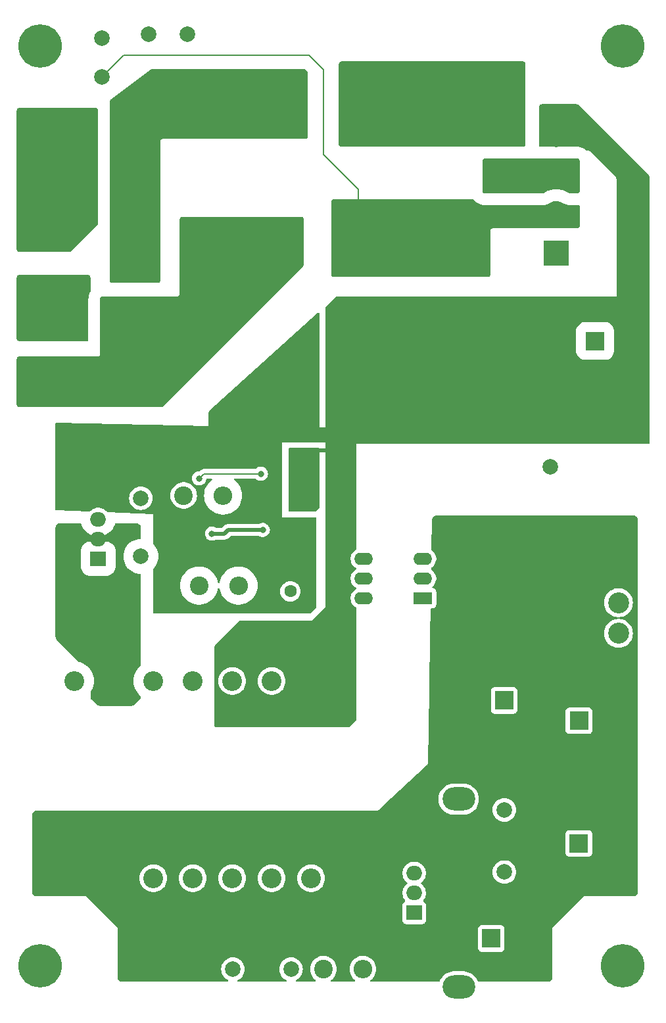
<source format=gbr>
%TF.GenerationSoftware,KiCad,Pcbnew,8.99.0-1678-gcd3e85b0b3*%
%TF.CreationDate,2024-09-01T20:16:48+02:00*%
%TF.ProjectId,ACDC120W19O5V,41434443-3132-4305-9731-394f35562e6b,rev?*%
%TF.SameCoordinates,Original*%
%TF.FileFunction,Copper,L2,Bot*%
%TF.FilePolarity,Positive*%
%FSLAX46Y46*%
G04 Gerber Fmt 4.6, Leading zero omitted, Abs format (unit mm)*
G04 Created by KiCad (PCBNEW 8.99.0-1678-gcd3e85b0b3) date 2024-09-01 20:16:48*
%MOMM*%
%LPD*%
G01*
G04 APERTURE LIST*
G04 Aperture macros list*
%AMRoundRect*
0 Rectangle with rounded corners*
0 $1 Rounding radius*
0 $2 $3 $4 $5 $6 $7 $8 $9 X,Y pos of 4 corners*
0 Add a 4 corners polygon primitive as box body*
4,1,4,$2,$3,$4,$5,$6,$7,$8,$9,$2,$3,0*
0 Add four circle primitives for the rounded corners*
1,1,$1+$1,$2,$3*
1,1,$1+$1,$4,$5*
1,1,$1+$1,$6,$7*
1,1,$1+$1,$8,$9*
0 Add four rect primitives between the rounded corners*
20,1,$1+$1,$2,$3,$4,$5,0*
20,1,$1+$1,$4,$5,$6,$7,0*
20,1,$1+$1,$6,$7,$8,$9,0*
20,1,$1+$1,$8,$9,$2,$3,0*%
G04 Aperture macros list end*
%TA.AperFunction,EtchedComponent*%
%ADD10C,0.000000*%
%TD*%
%TA.AperFunction,ComponentPad*%
%ADD11C,2.400000*%
%TD*%
%TA.AperFunction,ComponentPad*%
%ADD12O,2.400000X2.400000*%
%TD*%
%TA.AperFunction,ComponentPad*%
%ADD13C,3.600000*%
%TD*%
%TA.AperFunction,ConnectorPad*%
%ADD14C,5.600000*%
%TD*%
%TA.AperFunction,ComponentPad*%
%ADD15R,3.200000X3.200000*%
%TD*%
%TA.AperFunction,ComponentPad*%
%ADD16C,3.200000*%
%TD*%
%TA.AperFunction,ComponentPad*%
%ADD17C,2.550000*%
%TD*%
%TA.AperFunction,ComponentPad*%
%ADD18C,1.800000*%
%TD*%
%TA.AperFunction,ComponentPad*%
%ADD19C,2.000000*%
%TD*%
%TA.AperFunction,ComponentPad*%
%ADD20R,2.400000X2.400000*%
%TD*%
%TA.AperFunction,ComponentPad*%
%ADD21C,1.700000*%
%TD*%
%TA.AperFunction,ComponentPad*%
%ADD22R,2.400000X1.600000*%
%TD*%
%TA.AperFunction,ComponentPad*%
%ADD23O,2.400000X1.600000*%
%TD*%
%TA.AperFunction,ComponentPad*%
%ADD24C,1.600000*%
%TD*%
%TA.AperFunction,ComponentPad*%
%ADD25C,2.300000*%
%TD*%
%TA.AperFunction,ComponentPad*%
%ADD26O,4.200000X3.000000*%
%TD*%
%TA.AperFunction,ComponentPad*%
%ADD27RoundRect,0.250001X-1.099999X1.099999X-1.099999X-1.099999X1.099999X-1.099999X1.099999X1.099999X0*%
%TD*%
%TA.AperFunction,ComponentPad*%
%ADD28C,2.700000*%
%TD*%
%TA.AperFunction,ComponentPad*%
%ADD29R,2.000000X1.905000*%
%TD*%
%TA.AperFunction,ComponentPad*%
%ADD30O,2.000000X1.905000*%
%TD*%
%TA.AperFunction,SMDPad,CuDef*%
%ADD31C,0.500000*%
%TD*%
%TA.AperFunction,SMDPad,CuDef*%
%ADD32C,2.000000*%
%TD*%
%TA.AperFunction,ViaPad*%
%ADD33C,0.800000*%
%TD*%
%TA.AperFunction,Conductor*%
%ADD34C,0.200000*%
%TD*%
%TA.AperFunction,Conductor*%
%ADD35C,0.500000*%
%TD*%
G04 APERTURE END LIST*
D10*
%TA.AperFunction,EtchedComponent*%
%TO.C,NT2*%
G36*
X74985000Y-91411000D02*
G01*
X73985000Y-91411000D01*
X73985000Y-90911000D01*
X74985000Y-90911000D01*
X74985000Y-91411000D01*
G37*
%TD.AperFunction*%
%TA.AperFunction,EtchedComponent*%
%TO.C,NT1*%
G36*
X76385000Y-90161000D02*
G01*
X72385000Y-90161000D01*
X72385000Y-88161000D01*
X76385000Y-88161000D01*
X76385000Y-90161000D01*
G37*
%TD.AperFunction*%
%TD*%
D11*
%TO.P,R21,1*%
%TO.N,Net-(C19-Pad2)*%
X56695000Y-96961000D03*
D12*
%TO.P,R21,2*%
%TO.N,/PS/AC_R_O*%
X61775000Y-96961000D03*
%TD*%
D13*
%TO.P,H2,1,1*%
%TO.N,unconnected-(H2-Pad1)_2*%
X113185000Y-157561000D03*
D14*
%TO.N,unconnected-(H2-Pad1)_1*%
X113185000Y-157561000D03*
%TD*%
D15*
%TO.P,D6,1,+*%
%TO.N,/PS/AC_R_O*%
X104685000Y-65721000D03*
D16*
%TO.P,D6,2*%
%TO.N,/PS/AC_R_I_2*%
X104685000Y-60641000D03*
%TO.P,D6,3*%
%TO.N,/PS/AC_R_I_1*%
X104685000Y-55561000D03*
%TO.P,D6,4,-*%
%TO.N,DCR_GND*%
X104685000Y-50481000D03*
%TD*%
D17*
%TO.P,TR1,1,1*%
%TO.N,DCR_GND*%
X73102000Y-120857000D03*
%TO.P,TR1,2*%
%TO.N,N/C*%
X68022000Y-120857000D03*
%TO.P,TR1,3*%
X62942000Y-120857000D03*
%TO.P,TR1,4,4*%
%TO.N,/PS/AC_R_O*%
X57862000Y-120857000D03*
%TO.P,TR1,5*%
%TO.N,N/C*%
X52782000Y-120857000D03*
%TO.P,TR1,6,6*%
%TO.N,/PS/TR_SW*%
X47702000Y-120857000D03*
%TO.P,TR1,7,7*%
%TO.N,/PS/AUX*%
X42622000Y-120857000D03*
%TO.P,TR1,8,8*%
%TO.N,OUT_GND*%
X42622000Y-146257000D03*
%TO.P,TR1,9,9*%
X47702000Y-146257000D03*
%TO.P,TR1,10*%
%TO.N,N/C*%
X52782000Y-146257000D03*
%TO.P,TR1,11*%
X57862000Y-146257000D03*
%TO.P,TR1,12*%
X62942000Y-146257000D03*
%TO.P,TR1,13,13*%
%TO.N,Net-(D8A-A)*%
X68022000Y-146257000D03*
%TO.P,TR1,14,14*%
X73102000Y-146257000D03*
%TD*%
D18*
%TO.P,F1,1*%
%TO.N,/PS/AC_L*%
X40385000Y-69601000D03*
%TO.P,F1,2*%
%TO.N,Net-(F1-Pad2)*%
X40385000Y-64521000D03*
%TD*%
%TO.P,RV1,1*%
%TO.N,/PS/AC_L_SW*%
X50185000Y-66561000D03*
%TO.P,RV1,2*%
%TO.N,/PS/AC_N*%
X48885000Y-74061000D03*
%TD*%
D19*
%TO.P,SW1,1,1*%
%TO.N,Net-(F1-Pad2)*%
X43185000Y-49061000D03*
%TO.P,SW1,2,2*%
%TO.N,/PS/AC_L_SW*%
X49185000Y-48061000D03*
%TO.P,SW1,3,3*%
%TO.N,Net-(F1-Pad2)*%
X43185000Y-59061000D03*
%TO.P,SW1,4,4*%
%TO.N,/PS/AC_L_SW*%
X49185000Y-60061000D03*
%TD*%
%TO.P,C12,1*%
%TO.N,OUT_GND*%
X103935000Y-100811000D03*
%TO.P,C12,2*%
%TO.N,DCR_GND*%
X103935000Y-93311000D03*
%TD*%
%TO.P,C28,1*%
%TO.N,Net-(C28-Pad1)*%
X70535000Y-157961000D03*
%TO.P,C28,2*%
%TO.N,Net-(D8A-A)*%
X63035000Y-157961000D03*
%TD*%
D20*
%TO.P,C25,1*%
%TO.N,/PS/19.5V*%
X96298541Y-154011000D03*
D11*
%TO.P,C25,2*%
%TO.N,OUT_GND*%
X101298541Y-154011000D03*
%TD*%
D21*
%TO.P,C7,1*%
%TO.N,/PS/AC_L_SW*%
X59685000Y-44561000D03*
%TO.P,C7,2*%
%TO.N,/PS/AC_N*%
X59685000Y-67061000D03*
%TD*%
D20*
%TO.P,C24,1*%
%TO.N,/PS/19.5V*%
X107585000Y-141761000D03*
D11*
%TO.P,C24,2*%
%TO.N,OUT_GND*%
X112585000Y-141761000D03*
%TD*%
D22*
%TO.P,U2,1*%
%TO.N,Net-(R13-Pad1)*%
X87510000Y-110186000D03*
D23*
%TO.P,U2,2*%
%TO.N,Net-(U3-K)*%
X87510000Y-107646000D03*
%TO.P,U2,3,NC*%
%TO.N,unconnected-(U2-NC-Pad3)*%
X87510000Y-105106000D03*
%TO.P,U2,4*%
%TO.N,GND_DC_S*%
X79890000Y-105106000D03*
%TO.P,U2,5*%
%TO.N,/PS/OPT_C*%
X79890000Y-107646000D03*
%TO.P,U2,6*%
%TO.N,unconnected-(U2-Pad6)*%
X79890000Y-110186000D03*
%TD*%
D21*
%TO.P,C11,1*%
%TO.N,Net-(C11-Pad1)*%
X88685000Y-44061000D03*
%TO.P,C11,2*%
%TO.N,/PS/AC_R_I_2*%
X88685000Y-66561000D03*
%TD*%
D20*
%TO.P,C16,1*%
%TO.N,/PS/AC_R_O*%
X109685000Y-77061000D03*
D11*
%TO.P,C16,2*%
%TO.N,DCR_GND*%
X109685000Y-84561000D03*
%TD*%
D24*
%TO.P,C6,1*%
%TO.N,Net-(D3-A)*%
X70435000Y-109311000D03*
%TO.P,C6,2*%
%TO.N,GND_DC_P*%
X72935000Y-109311000D03*
%TD*%
D11*
%TO.P,R20,1*%
%TO.N,Net-(D7-K)*%
X58685000Y-108561000D03*
D12*
%TO.P,R20,2*%
%TO.N,/PS/AC_R_O*%
X63765000Y-108561000D03*
%TD*%
D20*
%TO.P,C23,1*%
%TO.N,/PS/19.5V_FLT*%
X97971459Y-123361000D03*
D11*
%TO.P,C23,2*%
%TO.N,OUT_GND*%
X92971459Y-123361000D03*
%TD*%
D25*
%TO.P,FL1,1,1*%
%TO.N,/PS/AC_N*%
X69185000Y-63811000D03*
%TO.P,FL1,2,2*%
%TO.N,/PS/AC_R_I_2*%
X79185000Y-63811000D03*
%TO.P,FL1,3,3*%
%TO.N,/PS/AC_L_SW*%
X69185000Y-45061000D03*
%TO.P,FL1,4,4*%
%TO.N,Net-(C11-Pad1)*%
X79185000Y-45061000D03*
%TD*%
D13*
%TO.P,H4,1,1*%
%TO.N,unconnected-(H4-Pad1)_1*%
X113185000Y-39061000D03*
D14*
%TO.N,unconnected-(H4-Pad1)*%
X113185000Y-39061000D03*
%TD*%
D19*
%TO.P,C9,1*%
%TO.N,/PS/AC_R_I_2*%
X46185000Y-43061000D03*
%TO.P,C9,2*%
%TO.N,EARTH*%
X46185000Y-38061000D03*
%TD*%
D26*
%TO.P,HS2,1*%
%TO.N,N/C*%
X92110000Y-136061000D03*
X92110000Y-160261000D03*
%TD*%
D11*
%TO.P,R22,1*%
%TO.N,Net-(C28-Pad1)*%
X74695000Y-157961000D03*
D12*
%TO.P,R22,2*%
%TO.N,/PS/19.5V*%
X79775000Y-157961000D03*
%TD*%
D24*
%TO.P,TH1,1*%
%TO.N,/PS/AC_R_I_1*%
X97435000Y-55561000D03*
%TO.P,TH1,2*%
%TO.N,Net-(C11-Pad1)*%
X98935000Y-50561000D03*
%TD*%
D27*
%TO.P,J1,1,Pin_1*%
%TO.N,/PS/AC_L*%
X40935000Y-74561000D03*
D28*
%TO.P,J1,2,Pin_2*%
%TO.N,/PS/AC_N*%
X40935000Y-82481000D03*
%TD*%
D19*
%TO.P,C8,1*%
%TO.N,Net-(C11-Pad1)*%
X57185000Y-37561000D03*
%TO.P,C8,2*%
%TO.N,EARTH*%
X52185000Y-37561000D03*
%TD*%
D27*
%TO.P,J2,1,Pin_1*%
%TO.N,OUT_GND*%
X112685000Y-102843500D03*
D28*
%TO.P,J2,2,Pin_2*%
X112685000Y-106803500D03*
%TO.P,J2,3,Pin_3*%
%TO.N,/PS/19.5V_FLT*%
X112685000Y-110763500D03*
%TO.P,J2,4,Pin_4*%
X112685000Y-114723500D03*
%TD*%
D19*
%TO.P,C19,1*%
%TO.N,Net-(D7-K)*%
X51185000Y-104811000D03*
%TO.P,C19,2*%
%TO.N,Net-(C19-Pad2)*%
X51185000Y-97311000D03*
%TD*%
D29*
%TO.P,D8,1,A*%
%TO.N,Net-(D8A-A)*%
X86380000Y-150701000D03*
D30*
%TO.P,D8,2,K*%
%TO.N,/PS/19.5V*%
X86380000Y-148161000D03*
%TO.P,D8,3,K*%
%TO.N,Net-(D8A-A)*%
X86380000Y-145621000D03*
%TD*%
D13*
%TO.P,H3,1,1*%
%TO.N,unconnected-(H3-Pad1)_2*%
X38185000Y-157561000D03*
D14*
%TO.N,unconnected-(H3-Pad1)_1*%
X38185000Y-157561000D03*
%TD*%
D20*
%TO.P,C22,1*%
%TO.N,/PS/19.5V_FLT*%
X107598541Y-125961000D03*
D11*
%TO.P,C22,2*%
%TO.N,OUT_GND*%
X112598541Y-125961000D03*
%TD*%
D19*
%TO.P,L1,1*%
%TO.N,/PS/19.5V_FLT*%
X97985000Y-137461000D03*
%TO.P,L1,2*%
%TO.N,/PS/19.5V*%
X97985000Y-145461000D03*
%TD*%
D29*
%TO.P,Q1,1,G*%
%TO.N,Net-(Q1-G)*%
X45685000Y-105101000D03*
D30*
%TO.P,Q1,2,D*%
%TO.N,/PS/TR_SW*%
X45685000Y-102561000D03*
%TO.P,Q1,3,S*%
%TO.N,Net-(Q1-S)*%
X45685000Y-100021000D03*
%TD*%
D31*
%TO.P,NT2,1,1*%
%TO.N,GND_DC_S*%
X73985000Y-91161000D03*
%TO.P,NT2,2,2*%
%TO.N,DCR_GND*%
X74985000Y-91161000D03*
%TD*%
D13*
%TO.P,H1,1,1*%
%TO.N,EARTH*%
X38185000Y-39061000D03*
D14*
X38185000Y-39061000D03*
%TD*%
D32*
%TO.P,NT1,1,1*%
%TO.N,GND_DC_P*%
X72385000Y-89161000D03*
%TO.P,NT1,2,2*%
%TO.N,DCR_GND*%
X76385000Y-89161000D03*
%TD*%
D33*
%TO.N,/PS/TR_GAT*%
X66887000Y-101411000D03*
X60335000Y-101886000D03*
%TO.N,Net-(Q1-S)*%
X66633000Y-94161000D03*
X58685000Y-94761000D03*
%TO.N,DCR_GND*%
X114085000Y-74761000D03*
X114185000Y-67761000D03*
X114085000Y-76761000D03*
X114085000Y-72661000D03*
X114085000Y-70561000D03*
%TO.N,OUT_GND*%
X87485000Y-137011000D03*
X88941200Y-112506200D03*
X85985000Y-137011000D03*
X92491200Y-106906200D03*
X84335000Y-137011000D03*
X89091200Y-114506200D03*
X95291200Y-112756200D03*
%TO.N,GND_DC_S*%
X71685000Y-91561000D03*
X73185000Y-91561000D03*
X70685000Y-98061000D03*
%TO.N,GND_DC_P*%
X71785000Y-105961000D03*
X53585000Y-91361000D03*
X70185000Y-105961000D03*
X52785000Y-92961000D03*
X56985000Y-92961000D03*
X55585000Y-92961000D03*
X58160000Y-104086000D03*
X55385000Y-91361000D03*
X51385000Y-92961000D03*
X68785000Y-105961000D03*
X56985000Y-91361000D03*
X54185000Y-92961000D03*
%TD*%
D34*
%TO.N,/PS/AC_R_I_2*%
X74685000Y-53061000D02*
X79185000Y-57561000D01*
X79185000Y-57561000D02*
X79185000Y-63811000D01*
X46185000Y-43061000D02*
X48977000Y-40269000D01*
X72809000Y-40269000D02*
X74685000Y-42145000D01*
X48977000Y-40269000D02*
X72809000Y-40269000D01*
X74685000Y-42145000D02*
X74685000Y-53061000D01*
D35*
%TO.N,/PS/TR_GAT*%
X62385000Y-101411000D02*
X61910000Y-101886000D01*
X66887000Y-101411000D02*
X62385000Y-101411000D01*
X61910000Y-101886000D02*
X60335000Y-101886000D01*
D34*
%TO.N,Net-(Q1-S)*%
X66633000Y-94161000D02*
X59285000Y-94161000D01*
X59285000Y-94161000D02*
X58685000Y-94761000D01*
%TD*%
%TA.AperFunction,Conductor*%
%TO.N,/PS/AC_R_I_1*%
G36*
X104313134Y-53562752D02*
G01*
X104316837Y-53563381D01*
X104337307Y-53566859D01*
X104685000Y-53586385D01*
X105032693Y-53566859D01*
X105053554Y-53563314D01*
X105056866Y-53562752D01*
X105077637Y-53561000D01*
X107372789Y-53561000D01*
X107396971Y-53563381D01*
X107475618Y-53579024D01*
X107520308Y-53597535D01*
X107576626Y-53635166D01*
X107610833Y-53669373D01*
X107648462Y-53725688D01*
X107666976Y-53770387D01*
X107682617Y-53849019D01*
X107685000Y-53873210D01*
X107685000Y-57748789D01*
X107682617Y-57772980D01*
X107666976Y-57851612D01*
X107648462Y-57896311D01*
X107610836Y-57952623D01*
X107576623Y-57986836D01*
X107520311Y-58024462D01*
X107475612Y-58042976D01*
X107396980Y-58058617D01*
X107372789Y-58061000D01*
X106446317Y-58061000D01*
X106379278Y-58041315D01*
X106374562Y-58038130D01*
X106337164Y-58011595D01*
X106032374Y-57843144D01*
X105965741Y-57815544D01*
X105710644Y-57709879D01*
X105543328Y-57661676D01*
X105376017Y-57613474D01*
X105376009Y-57613472D01*
X105032700Y-57555142D01*
X105032688Y-57555140D01*
X104685000Y-57535615D01*
X104337311Y-57555140D01*
X104337299Y-57555142D01*
X103993990Y-57613472D01*
X103993982Y-57613474D01*
X103659359Y-57709878D01*
X103659356Y-57709879D01*
X103565419Y-57748789D01*
X103337625Y-57843144D01*
X103032835Y-58011595D01*
X102995438Y-58038130D01*
X102929372Y-58060869D01*
X102923683Y-58061000D01*
X95497211Y-58061000D01*
X95473020Y-58058617D01*
X95394387Y-58042976D01*
X95349689Y-58024462D01*
X95293373Y-57986833D01*
X95259166Y-57952626D01*
X95221535Y-57896308D01*
X95203024Y-57851618D01*
X95187381Y-57772971D01*
X95185000Y-57748789D01*
X95185000Y-53873210D01*
X95187381Y-53849029D01*
X95203025Y-53770379D01*
X95221534Y-53725693D01*
X95259168Y-53669370D01*
X95293370Y-53635168D01*
X95349693Y-53597534D01*
X95394379Y-53579025D01*
X95473028Y-53563381D01*
X95497211Y-53561000D01*
X104292363Y-53561000D01*
X104313134Y-53562752D01*
G37*
%TD.AperFunction*%
%TD*%
%TA.AperFunction,Conductor*%
%TO.N,/PS/AC_R_I_2*%
G36*
X94028967Y-58830685D02*
G01*
X94056380Y-58854659D01*
X94194601Y-59017157D01*
X94194609Y-59017166D01*
X94194617Y-59017175D01*
X94194625Y-59017183D01*
X94228818Y-59051377D01*
X94266987Y-59088224D01*
X94266992Y-59088229D01*
X94410320Y-59201688D01*
X94456964Y-59238612D01*
X94513280Y-59276241D01*
X94557916Y-59304941D01*
X94773573Y-59415368D01*
X94818271Y-59433882D01*
X94867624Y-59453313D01*
X95100680Y-59519549D01*
X95100695Y-59519552D01*
X95100699Y-59519553D01*
X95179308Y-59535189D01*
X95179313Y-59535190D01*
X95325431Y-59556865D01*
X95349622Y-59559248D01*
X95497211Y-59566500D01*
X95497225Y-59566500D01*
X102923667Y-59566500D01*
X102923683Y-59566500D01*
X102958341Y-59566101D01*
X102964030Y-59565970D01*
X103184638Y-59544570D01*
X103419335Y-59484409D01*
X103485401Y-59461670D01*
X103658399Y-59389801D01*
X103747275Y-59336940D01*
X103750679Y-59334988D01*
X103761071Y-59329244D01*
X103761072Y-59329245D01*
X103985782Y-59205051D01*
X103998300Y-59199023D01*
X104141547Y-59139690D01*
X104141549Y-59139690D01*
X104150952Y-59135794D01*
X104164066Y-59131205D01*
X104322837Y-59085463D01*
X104336384Y-59082371D01*
X104499275Y-59054695D01*
X104513073Y-59053141D01*
X104678054Y-59043877D01*
X104691944Y-59043877D01*
X104856922Y-59053141D01*
X104870724Y-59054696D01*
X105001007Y-59076832D01*
X105033604Y-59082371D01*
X105047161Y-59085465D01*
X105126548Y-59108336D01*
X105126547Y-59108336D01*
X105177746Y-59123085D01*
X105205921Y-59131203D01*
X105205932Y-59131206D01*
X105219057Y-59135799D01*
X105371700Y-59199025D01*
X105384230Y-59205059D01*
X105554482Y-59299155D01*
X105556145Y-59300091D01*
X105728895Y-59399082D01*
X105955118Y-59485828D01*
X106022157Y-59505513D01*
X106204818Y-59547004D01*
X106446317Y-59566500D01*
X106446326Y-59566500D01*
X107372775Y-59566500D01*
X107372789Y-59566500D01*
X107520378Y-59559248D01*
X107544569Y-59556865D01*
X107544635Y-59556855D01*
X107545757Y-59556717D01*
X107545876Y-59556736D01*
X107546085Y-59556716D01*
X107546090Y-59556771D01*
X107614708Y-59568012D01*
X107666607Y-59614791D01*
X107685000Y-59679777D01*
X107685000Y-62248789D01*
X107682617Y-62272980D01*
X107666976Y-62351612D01*
X107648462Y-62396311D01*
X107610836Y-62452623D01*
X107576623Y-62486836D01*
X107520311Y-62524462D01*
X107475612Y-62542976D01*
X107396980Y-62558617D01*
X107372789Y-62561000D01*
X96484995Y-62561000D01*
X96370197Y-62583834D01*
X96370196Y-62583835D01*
X96272868Y-62648868D01*
X96207835Y-62746196D01*
X96207834Y-62746197D01*
X96185000Y-62860995D01*
X96185000Y-68498789D01*
X96182617Y-68522980D01*
X96166976Y-68601612D01*
X96148462Y-68646311D01*
X96110836Y-68702623D01*
X96076623Y-68736836D01*
X96020311Y-68774462D01*
X95975612Y-68792976D01*
X95896980Y-68808617D01*
X95872789Y-68811000D01*
X75997211Y-68811000D01*
X75973020Y-68808617D01*
X75894387Y-68792976D01*
X75849689Y-68774462D01*
X75793373Y-68736833D01*
X75759166Y-68702626D01*
X75721535Y-68646308D01*
X75703024Y-68601618D01*
X75687381Y-68522971D01*
X75685000Y-68498789D01*
X75685000Y-59123210D01*
X75687381Y-59099029D01*
X75703025Y-59020379D01*
X75721534Y-58975693D01*
X75759168Y-58919370D01*
X75793370Y-58885168D01*
X75849693Y-58847534D01*
X75894379Y-58829025D01*
X75973028Y-58813381D01*
X75997211Y-58811000D01*
X93961928Y-58811000D01*
X94028967Y-58830685D01*
G37*
%TD.AperFunction*%
%TD*%
%TA.AperFunction,Conductor*%
%TO.N,Net-(C11-Pad1)*%
G36*
X100396971Y-41063381D02*
G01*
X100475618Y-41079024D01*
X100520308Y-41097535D01*
X100576626Y-41135166D01*
X100610833Y-41169373D01*
X100648462Y-41225688D01*
X100666976Y-41270387D01*
X100682617Y-41349019D01*
X100685000Y-41373210D01*
X100685000Y-51748789D01*
X100682617Y-51772980D01*
X100666976Y-51851612D01*
X100648462Y-51896311D01*
X100610836Y-51952623D01*
X100576623Y-51986836D01*
X100520311Y-52024462D01*
X100475612Y-52042976D01*
X100396980Y-52058617D01*
X100372789Y-52061000D01*
X76997211Y-52061000D01*
X76973020Y-52058617D01*
X76894387Y-52042976D01*
X76849689Y-52024462D01*
X76793373Y-51986833D01*
X76759166Y-51952626D01*
X76721535Y-51896308D01*
X76703024Y-51851618D01*
X76687381Y-51772971D01*
X76685000Y-51748789D01*
X76685000Y-41373210D01*
X76687381Y-41349029D01*
X76703025Y-41270379D01*
X76721534Y-41225693D01*
X76759168Y-41169370D01*
X76793370Y-41135168D01*
X76849693Y-41097534D01*
X76894379Y-41079025D01*
X76973028Y-41063381D01*
X76997211Y-41061000D01*
X100372789Y-41061000D01*
X100396971Y-41063381D01*
G37*
%TD.AperFunction*%
%TD*%
%TA.AperFunction,Conductor*%
%TO.N,/PS/TR_SW*%
G36*
X43473369Y-100580685D02*
G01*
X43519124Y-100633489D01*
X43526105Y-100652906D01*
X43546937Y-100730651D01*
X43657445Y-100997444D01*
X43657453Y-100997460D01*
X43744273Y-101147835D01*
X43801842Y-101247547D01*
X43801844Y-101247550D01*
X43801845Y-101247551D01*
X43977641Y-101476654D01*
X43977647Y-101476661D01*
X44181838Y-101680852D01*
X44181844Y-101680857D01*
X44410953Y-101856658D01*
X44571689Y-101949459D01*
X44661039Y-102001046D01*
X44661044Y-102001048D01*
X44661047Y-102001050D01*
X44794448Y-102056306D01*
X44927846Y-102111562D01*
X44927847Y-102111562D01*
X44927849Y-102111563D01*
X45206794Y-102186306D01*
X45493108Y-102224000D01*
X45493115Y-102224000D01*
X45876885Y-102224000D01*
X45876892Y-102224000D01*
X46163206Y-102186306D01*
X46442151Y-102111563D01*
X46708953Y-102001050D01*
X46959047Y-101856658D01*
X47188156Y-101680857D01*
X47392357Y-101476656D01*
X47568158Y-101247547D01*
X47712550Y-100997453D01*
X47823063Y-100730651D01*
X47843895Y-100652906D01*
X47880261Y-100593245D01*
X47943108Y-100562717D01*
X47963670Y-100561000D01*
X50676874Y-100561000D01*
X50693059Y-100562061D01*
X50798223Y-100575906D01*
X50829491Y-100584284D01*
X50919918Y-100621740D01*
X50947952Y-100637925D01*
X51025602Y-100697509D01*
X51048491Y-100720398D01*
X51108074Y-100798048D01*
X51124259Y-100826081D01*
X51161715Y-100916508D01*
X51170093Y-100947775D01*
X51183939Y-101052939D01*
X51185000Y-101069125D01*
X51185000Y-102439532D01*
X51165315Y-102506571D01*
X51112511Y-102552326D01*
X51069110Y-102563266D01*
X50890636Y-102574964D01*
X50890624Y-102574965D01*
X50890620Y-102574966D01*
X50890612Y-102574967D01*
X50890609Y-102574968D01*
X50601283Y-102632518D01*
X50601269Y-102632521D01*
X50321919Y-102727349D01*
X50057334Y-102857828D01*
X49812041Y-103021728D01*
X49590241Y-103216241D01*
X49395728Y-103438041D01*
X49231828Y-103683334D01*
X49101349Y-103947919D01*
X49006521Y-104227269D01*
X49006518Y-104227283D01*
X48948968Y-104516609D01*
X48948964Y-104516636D01*
X48929671Y-104810992D01*
X48929671Y-104811007D01*
X48948964Y-105105363D01*
X48948965Y-105105373D01*
X48948966Y-105105380D01*
X48948968Y-105105390D01*
X49006518Y-105394716D01*
X49006521Y-105394730D01*
X49101349Y-105674080D01*
X49231825Y-105938660D01*
X49231829Y-105938667D01*
X49395725Y-106183955D01*
X49590241Y-106405758D01*
X49812043Y-106600273D01*
X50057335Y-106764172D01*
X50321923Y-106894652D01*
X50601278Y-106989481D01*
X50890620Y-107047034D01*
X51069113Y-107058733D01*
X51134718Y-107082759D01*
X51176922Y-107138443D01*
X51185000Y-107182467D01*
X51185000Y-118838540D01*
X51165315Y-118905579D01*
X51145884Y-118928932D01*
X50937352Y-119124756D01*
X50734784Y-119369618D01*
X50564513Y-119637923D01*
X50564510Y-119637929D01*
X50429209Y-119925456D01*
X50429207Y-119925461D01*
X50331008Y-120227687D01*
X50271460Y-120539848D01*
X50271459Y-120539855D01*
X50251507Y-120856994D01*
X50251507Y-120857005D01*
X50271459Y-121174144D01*
X50271460Y-121174151D01*
X50331008Y-121486312D01*
X50429207Y-121788538D01*
X50429209Y-121788543D01*
X50564510Y-122076070D01*
X50564513Y-122076076D01*
X50734784Y-122344381D01*
X50734787Y-122344385D01*
X50734788Y-122344386D01*
X50937350Y-122589242D01*
X51142406Y-122781801D01*
X51177799Y-122842041D01*
X51180460Y-122888378D01*
X51170093Y-122967117D01*
X51161715Y-122998383D01*
X51124260Y-123088808D01*
X51108075Y-123116842D01*
X51043496Y-123201003D01*
X51032801Y-123213198D01*
X50337198Y-123908801D01*
X50325003Y-123919496D01*
X50240842Y-123984075D01*
X50212808Y-124000260D01*
X50122383Y-124037715D01*
X50091117Y-124046093D01*
X49997291Y-124058446D01*
X49985951Y-124059939D01*
X49969767Y-124061000D01*
X45900233Y-124061000D01*
X45884048Y-124059939D01*
X45871024Y-124058224D01*
X45778882Y-124046093D01*
X45747616Y-124037715D01*
X45657191Y-124000260D01*
X45629157Y-123984075D01*
X45544996Y-123919496D01*
X45532801Y-123908801D01*
X44837198Y-123213198D01*
X44826503Y-123201003D01*
X44761924Y-123116842D01*
X44745739Y-123088808D01*
X44708284Y-122998383D01*
X44699906Y-122967116D01*
X44686061Y-122861952D01*
X44685000Y-122845767D01*
X44685000Y-122355534D01*
X44704303Y-122289092D01*
X44748501Y-122219445D01*
X44839488Y-122076074D01*
X44974793Y-121788537D01*
X45072993Y-121486308D01*
X45132539Y-121174155D01*
X45152493Y-120857000D01*
X45132539Y-120539845D01*
X45072993Y-120227692D01*
X44974793Y-119925463D01*
X44839488Y-119637926D01*
X44669212Y-119369614D01*
X44466650Y-119124758D01*
X44234997Y-118907222D01*
X44234995Y-118907220D01*
X43977909Y-118720436D01*
X43977908Y-118720435D01*
X43977906Y-118720434D01*
X43699432Y-118567341D01*
X43699429Y-118567339D01*
X43699424Y-118567337D01*
X43699423Y-118567336D01*
X43403969Y-118450359D01*
X43281277Y-118418857D01*
X43224434Y-118386434D01*
X40337198Y-115499198D01*
X40326503Y-115487003D01*
X40261924Y-115402842D01*
X40245739Y-115374808D01*
X40208284Y-115284383D01*
X40199906Y-115253116D01*
X40186061Y-115147952D01*
X40185000Y-115131767D01*
X40185000Y-104084277D01*
X43434500Y-104084277D01*
X43434500Y-106117708D01*
X43434501Y-106117723D01*
X43444904Y-106249913D01*
X43444905Y-106249920D01*
X43499902Y-106468178D01*
X43499903Y-106468181D01*
X43592991Y-106673122D01*
X43592997Y-106673132D01*
X43721174Y-106858145D01*
X43721178Y-106858150D01*
X43721181Y-106858154D01*
X43880346Y-107017319D01*
X43880350Y-107017322D01*
X43880354Y-107017325D01*
X43974803Y-107082759D01*
X44065374Y-107145507D01*
X44270317Y-107238596D01*
X44270321Y-107238597D01*
X44488579Y-107293594D01*
X44488581Y-107293594D01*
X44488588Y-107293596D01*
X44620783Y-107304000D01*
X46749216Y-107303999D01*
X46881412Y-107293596D01*
X47099683Y-107238596D01*
X47304626Y-107145507D01*
X47489654Y-107017319D01*
X47648819Y-106858154D01*
X47777007Y-106673126D01*
X47870096Y-106468183D01*
X47925096Y-106249912D01*
X47935500Y-106117717D01*
X47935499Y-104084284D01*
X47925096Y-103952088D01*
X47924045Y-103947919D01*
X47870097Y-103733821D01*
X47870096Y-103733818D01*
X47847166Y-103683336D01*
X47777007Y-103528874D01*
X47648819Y-103343846D01*
X47489654Y-103184681D01*
X47489650Y-103184678D01*
X47489645Y-103184674D01*
X47304632Y-103056497D01*
X47304630Y-103056495D01*
X47304626Y-103056493D01*
X47099683Y-102963404D01*
X47099681Y-102963403D01*
X47099678Y-102963402D01*
X46881420Y-102908405D01*
X46881413Y-102908404D01*
X46837347Y-102904936D01*
X46749217Y-102898000D01*
X46749215Y-102898000D01*
X44620791Y-102898000D01*
X44620776Y-102898001D01*
X44488586Y-102908404D01*
X44488579Y-102908405D01*
X44270321Y-102963402D01*
X44270318Y-102963403D01*
X44065377Y-103056491D01*
X44065367Y-103056497D01*
X43880354Y-103184674D01*
X43880342Y-103184684D01*
X43721184Y-103343842D01*
X43721174Y-103343854D01*
X43592997Y-103528867D01*
X43592991Y-103528877D01*
X43499903Y-103733818D01*
X43499902Y-103733821D01*
X43444905Y-103952079D01*
X43444904Y-103952086D01*
X43434500Y-104084277D01*
X40185000Y-104084277D01*
X40185000Y-101069125D01*
X40186061Y-101052940D01*
X40199906Y-100947776D01*
X40208284Y-100916508D01*
X40245740Y-100826081D01*
X40261923Y-100798050D01*
X40321513Y-100720392D01*
X40344392Y-100697513D01*
X40422050Y-100637923D01*
X40450079Y-100621740D01*
X40540509Y-100584283D01*
X40571775Y-100575906D01*
X40676941Y-100562061D01*
X40693126Y-100561000D01*
X43406330Y-100561000D01*
X43473369Y-100580685D01*
G37*
%TD.AperFunction*%
%TD*%
%TA.AperFunction,Conductor*%
%TO.N,/PS/AC_N*%
G36*
X71896971Y-61063381D02*
G01*
X71975618Y-61079024D01*
X72020308Y-61097535D01*
X72076626Y-61135166D01*
X72110833Y-61169373D01*
X72148462Y-61225688D01*
X72166976Y-61270387D01*
X72182617Y-61349019D01*
X72185000Y-61373210D01*
X72185000Y-67174525D01*
X72182617Y-67198716D01*
X72166976Y-67277348D01*
X72148461Y-67322048D01*
X72103916Y-67388714D01*
X72088495Y-67407504D01*
X54031504Y-85464495D01*
X54012714Y-85479916D01*
X53946048Y-85524461D01*
X53901348Y-85542976D01*
X53822716Y-85558617D01*
X53798525Y-85561000D01*
X35497211Y-85561000D01*
X35473020Y-85558617D01*
X35394387Y-85542976D01*
X35349689Y-85524462D01*
X35293373Y-85486833D01*
X35259166Y-85452626D01*
X35221535Y-85396308D01*
X35203024Y-85351618D01*
X35187381Y-85272971D01*
X35185000Y-85248789D01*
X35185000Y-79373210D01*
X35187381Y-79349029D01*
X35203025Y-79270379D01*
X35221534Y-79225693D01*
X35259168Y-79169370D01*
X35293370Y-79135168D01*
X35349693Y-79097534D01*
X35394379Y-79079025D01*
X35473028Y-79063381D01*
X35497211Y-79061000D01*
X45635001Y-79061000D01*
X45635002Y-79060999D01*
X45673612Y-79053319D01*
X45749802Y-79038165D01*
X45749802Y-79038164D01*
X45749805Y-79038164D01*
X45847132Y-78973132D01*
X45912164Y-78875805D01*
X45935000Y-78761000D01*
X45935000Y-71623210D01*
X45937381Y-71599029D01*
X45953025Y-71520379D01*
X45971534Y-71475693D01*
X46009168Y-71419370D01*
X46043370Y-71385168D01*
X46099693Y-71347534D01*
X46144379Y-71329025D01*
X46223028Y-71313381D01*
X46247211Y-71311000D01*
X55885001Y-71311000D01*
X55885002Y-71310999D01*
X55923612Y-71303319D01*
X55999802Y-71288165D01*
X55999802Y-71288164D01*
X55999805Y-71288164D01*
X56097132Y-71223132D01*
X56162164Y-71125805D01*
X56185000Y-71011000D01*
X56185000Y-61373210D01*
X56187381Y-61349029D01*
X56203025Y-61270379D01*
X56221534Y-61225693D01*
X56259168Y-61169370D01*
X56293370Y-61135168D01*
X56349693Y-61097534D01*
X56394379Y-61079025D01*
X56473028Y-61063381D01*
X56497211Y-61061000D01*
X71872789Y-61061000D01*
X71896971Y-61063381D01*
G37*
%TD.AperFunction*%
%TD*%
%TA.AperFunction,Conductor*%
%TO.N,Net-(F1-Pad2)*%
G36*
X45396971Y-47063381D02*
G01*
X45475618Y-47079024D01*
X45520308Y-47097535D01*
X45576626Y-47135166D01*
X45610833Y-47169373D01*
X45648462Y-47225688D01*
X45666976Y-47270386D01*
X45677117Y-47321367D01*
X45679500Y-47345559D01*
X45679500Y-61936175D01*
X45677117Y-61960366D01*
X45666976Y-62011348D01*
X45648461Y-62056048D01*
X45603916Y-62122714D01*
X45588495Y-62141504D01*
X42265504Y-65464495D01*
X42246714Y-65479916D01*
X42180048Y-65524461D01*
X42135348Y-65542976D01*
X42056716Y-65558617D01*
X42032525Y-65561000D01*
X35497211Y-65561000D01*
X35473020Y-65558617D01*
X35394387Y-65542976D01*
X35349689Y-65524462D01*
X35293373Y-65486833D01*
X35259166Y-65452626D01*
X35221535Y-65396308D01*
X35203024Y-65351618D01*
X35187381Y-65272971D01*
X35185000Y-65248789D01*
X35185000Y-47373210D01*
X35187381Y-47349029D01*
X35203025Y-47270379D01*
X35221534Y-47225693D01*
X35259168Y-47169370D01*
X35293370Y-47135168D01*
X35349693Y-47097534D01*
X35394379Y-47079025D01*
X35473028Y-47063381D01*
X35497211Y-47061000D01*
X45372789Y-47061000D01*
X45396971Y-47063381D01*
G37*
%TD.AperFunction*%
%TD*%
%TA.AperFunction,Conductor*%
%TO.N,/PS/AC_L_SW*%
G36*
X72361228Y-42088685D02*
G01*
X72381870Y-42105319D01*
X72640681Y-42364130D01*
X72674166Y-42425453D01*
X72677000Y-42451811D01*
X72677000Y-50748789D01*
X72674617Y-50772980D01*
X72658976Y-50851612D01*
X72640462Y-50896311D01*
X72602836Y-50952623D01*
X72568623Y-50986836D01*
X72512311Y-51024462D01*
X72467612Y-51042976D01*
X72388980Y-51058617D01*
X72364789Y-51061000D01*
X53984995Y-51061000D01*
X53870197Y-51083834D01*
X53870196Y-51083835D01*
X53772868Y-51148868D01*
X53707835Y-51246196D01*
X53707834Y-51246197D01*
X53685000Y-51360995D01*
X53685000Y-69248789D01*
X53682617Y-69272980D01*
X53666976Y-69351612D01*
X53648462Y-69396311D01*
X53610836Y-69452623D01*
X53576623Y-69486836D01*
X53520311Y-69524462D01*
X53475612Y-69542976D01*
X53396980Y-69558617D01*
X53372789Y-69561000D01*
X47497211Y-69561000D01*
X47473020Y-69558617D01*
X47394387Y-69542976D01*
X47349689Y-69524462D01*
X47293373Y-69486833D01*
X47259166Y-69452626D01*
X47221535Y-69396308D01*
X47203024Y-69351618D01*
X47187381Y-69272971D01*
X47185000Y-69248789D01*
X47185000Y-46220602D01*
X47186478Y-46201514D01*
X47196244Y-46138827D01*
X47207856Y-46102463D01*
X47231885Y-46054405D01*
X47254008Y-46023299D01*
X47298300Y-45977872D01*
X47312677Y-45965242D01*
X52419672Y-42134995D01*
X52436518Y-42124362D01*
X52438450Y-42123349D01*
X52494975Y-42093733D01*
X52532659Y-42081171D01*
X52574184Y-42074433D01*
X52597802Y-42070601D01*
X52617663Y-42069000D01*
X72294189Y-42069000D01*
X72361228Y-42088685D01*
G37*
%TD.AperFunction*%
%TD*%
%TA.AperFunction,Conductor*%
%TO.N,DCR_GND*%
G36*
X107322707Y-46563381D02*
G01*
X107401354Y-46579024D01*
X107446046Y-46597537D01*
X107512714Y-46642083D01*
X107531504Y-46657504D01*
X116588495Y-55714495D01*
X116603916Y-55733285D01*
X116648461Y-55799951D01*
X116666976Y-55844651D01*
X116682617Y-55923283D01*
X116685000Y-55947474D01*
X116685000Y-72561000D01*
X115431000Y-71307000D01*
X112435000Y-71307000D01*
X112435000Y-56185264D01*
X112434794Y-56184230D01*
X112412165Y-56070461D01*
X112412163Y-56070457D01*
X112347135Y-55973136D01*
X112347129Y-55973128D01*
X109022871Y-52648870D01*
X109022863Y-52648864D01*
X108925542Y-52583836D01*
X108925538Y-52583834D01*
X108810740Y-52561000D01*
X108810736Y-52561000D01*
X108680544Y-52561000D01*
X108613505Y-52541315D01*
X108603580Y-52534224D01*
X108413049Y-52383397D01*
X108413045Y-52383394D01*
X108356727Y-52345763D01*
X108338468Y-52334023D01*
X108312091Y-52317062D01*
X108096447Y-52206639D01*
X108096440Y-52206636D01*
X108096432Y-52206632D01*
X108051742Y-52188121D01*
X108051741Y-52188120D01*
X108051713Y-52188109D01*
X108002371Y-52168683D01*
X108002360Y-52168680D01*
X107769312Y-52102449D01*
X107690682Y-52086808D01*
X107690668Y-52086806D01*
X107544508Y-52065127D01*
X107544489Y-52065125D01*
X107520317Y-52062745D01*
X107465960Y-52060075D01*
X107372789Y-52055500D01*
X105077637Y-52055500D01*
X105077630Y-52055500D01*
X104951101Y-52060826D01*
X104930331Y-52062578D01*
X104904116Y-52065902D01*
X104895471Y-52066692D01*
X104691951Y-52078121D01*
X104678046Y-52078121D01*
X104474499Y-52066690D01*
X104465849Y-52065899D01*
X104439681Y-52062579D01*
X104418891Y-52060825D01*
X104292370Y-52055500D01*
X104292363Y-52055500D01*
X102559000Y-52055500D01*
X102491961Y-52035815D01*
X102446206Y-51983011D01*
X102435000Y-51931500D01*
X102435000Y-46947474D01*
X102437381Y-46923293D01*
X102453025Y-46844643D01*
X102471536Y-46799955D01*
X102516088Y-46733278D01*
X102531499Y-46714500D01*
X102588500Y-46657499D01*
X102607278Y-46642088D01*
X102673955Y-46597536D01*
X102718643Y-46579025D01*
X102797292Y-46563381D01*
X102821475Y-46561000D01*
X107298525Y-46561000D01*
X107322707Y-46563381D01*
G37*
%TD.AperFunction*%
%TD*%
%TA.AperFunction,Conductor*%
%TO.N,/PS/AC_L*%
G36*
X44396971Y-68563381D02*
G01*
X44475618Y-68579024D01*
X44520308Y-68597535D01*
X44576626Y-68635166D01*
X44610833Y-68669373D01*
X44648462Y-68725688D01*
X44666976Y-68770387D01*
X44682617Y-68849019D01*
X44685000Y-68873210D01*
X44685000Y-70665843D01*
X44671372Y-70722359D01*
X44580622Y-70899586D01*
X44562130Y-70944232D01*
X44542688Y-70993614D01*
X44476452Y-71226676D01*
X44476451Y-71226680D01*
X44460803Y-71305348D01*
X44439127Y-71451494D01*
X44436746Y-71475675D01*
X44436746Y-71475683D01*
X44429500Y-71623210D01*
X44429500Y-71623223D01*
X44429500Y-76937000D01*
X44409815Y-77004039D01*
X44357011Y-77049794D01*
X44305500Y-77061000D01*
X35497211Y-77061000D01*
X35473020Y-77058617D01*
X35394387Y-77042976D01*
X35349689Y-77024462D01*
X35293373Y-76986833D01*
X35259166Y-76952626D01*
X35221535Y-76896308D01*
X35203024Y-76851618D01*
X35187381Y-76772971D01*
X35185000Y-76748789D01*
X35185000Y-68873210D01*
X35187381Y-68849029D01*
X35203025Y-68770379D01*
X35221534Y-68725693D01*
X35259168Y-68669370D01*
X35293370Y-68635168D01*
X35349693Y-68597534D01*
X35394379Y-68579025D01*
X35473028Y-68563381D01*
X35497211Y-68561000D01*
X44372789Y-68561000D01*
X44396971Y-68563381D01*
G37*
%TD.AperFunction*%
%TD*%
%TA.AperFunction,Conductor*%
%TO.N,DCR_GND*%
G36*
X116685000Y-72561000D02*
G01*
X116685000Y-90187000D01*
X116665315Y-90254039D01*
X116612511Y-90299794D01*
X116561000Y-90311000D01*
X78935000Y-90311000D01*
X78935000Y-103844235D01*
X78915315Y-103911274D01*
X78867296Y-103954719D01*
X78804195Y-103986871D01*
X78637576Y-104107926D01*
X78637571Y-104107930D01*
X78491930Y-104253571D01*
X78491926Y-104253576D01*
X78370873Y-104420193D01*
X78277367Y-104603705D01*
X78213719Y-104799591D01*
X78181500Y-105003019D01*
X78181500Y-105208980D01*
X78213719Y-105412408D01*
X78277367Y-105608294D01*
X78370873Y-105791806D01*
X78491926Y-105958423D01*
X78491930Y-105958428D01*
X78637571Y-106104069D01*
X78637576Y-106104073D01*
X78802113Y-106223615D01*
X78804197Y-106225129D01*
X78867295Y-106257279D01*
X78918091Y-106305252D01*
X78935000Y-106367763D01*
X78935000Y-106384235D01*
X78915315Y-106451274D01*
X78867296Y-106494719D01*
X78804195Y-106526871D01*
X78637576Y-106647926D01*
X78637571Y-106647930D01*
X78491930Y-106793571D01*
X78491926Y-106793576D01*
X78370873Y-106960193D01*
X78277367Y-107143705D01*
X78213719Y-107339591D01*
X78181500Y-107543019D01*
X78181500Y-107748980D01*
X78213719Y-107952408D01*
X78277367Y-108148294D01*
X78370873Y-108331806D01*
X78491926Y-108498423D01*
X78491930Y-108498428D01*
X78637571Y-108644069D01*
X78637576Y-108644073D01*
X78802113Y-108763615D01*
X78804197Y-108765129D01*
X78867295Y-108797279D01*
X78918091Y-108845252D01*
X78935000Y-108907763D01*
X78935000Y-108924235D01*
X78915315Y-108991274D01*
X78867296Y-109034719D01*
X78804195Y-109066871D01*
X78637576Y-109187926D01*
X78637571Y-109187930D01*
X78491930Y-109333571D01*
X78491926Y-109333576D01*
X78370873Y-109500193D01*
X78277367Y-109683705D01*
X78213719Y-109879591D01*
X78181500Y-110083019D01*
X78181500Y-110288980D01*
X78213719Y-110492408D01*
X78277367Y-110688294D01*
X78370873Y-110871806D01*
X78491926Y-111038423D01*
X78491930Y-111038428D01*
X78637571Y-111184069D01*
X78637576Y-111184073D01*
X78781222Y-111288437D01*
X78804197Y-111305129D01*
X78867295Y-111337279D01*
X78918091Y-111385252D01*
X78935000Y-111447763D01*
X78935000Y-125759638D01*
X78915315Y-125826677D01*
X78898681Y-125847319D01*
X77971319Y-126774681D01*
X77909996Y-126808166D01*
X77883638Y-126811000D01*
X60809000Y-126811000D01*
X60741961Y-126791315D01*
X60696206Y-126738511D01*
X60685000Y-126687000D01*
X60685000Y-120856995D01*
X61153499Y-120856995D01*
X61153499Y-120857004D01*
X61173474Y-121123559D01*
X61173475Y-121123562D01*
X61232957Y-121384170D01*
X61330616Y-121633002D01*
X61464271Y-121864498D01*
X61630936Y-122073490D01*
X61826888Y-122255306D01*
X62047750Y-122405887D01*
X62288587Y-122521869D01*
X62544021Y-122600660D01*
X62544022Y-122600660D01*
X62544025Y-122600661D01*
X62808337Y-122640499D01*
X62808342Y-122640499D01*
X62808345Y-122640500D01*
X62808346Y-122640500D01*
X63075654Y-122640500D01*
X63075655Y-122640500D01*
X63075662Y-122640499D01*
X63339974Y-122600661D01*
X63339975Y-122600660D01*
X63339979Y-122600660D01*
X63595413Y-122521869D01*
X63836251Y-122405887D01*
X64057112Y-122255306D01*
X64253064Y-122073490D01*
X64419729Y-121864498D01*
X64553384Y-121633002D01*
X64651043Y-121384170D01*
X64710525Y-121123562D01*
X64730501Y-120857000D01*
X64730501Y-120856995D01*
X66233499Y-120856995D01*
X66233499Y-120857004D01*
X66253474Y-121123559D01*
X66253475Y-121123562D01*
X66312957Y-121384170D01*
X66410616Y-121633002D01*
X66544271Y-121864498D01*
X66710936Y-122073490D01*
X66906888Y-122255306D01*
X67127750Y-122405887D01*
X67368587Y-122521869D01*
X67624021Y-122600660D01*
X67624022Y-122600660D01*
X67624025Y-122600661D01*
X67888337Y-122640499D01*
X67888342Y-122640499D01*
X67888345Y-122640500D01*
X67888346Y-122640500D01*
X68155654Y-122640500D01*
X68155655Y-122640500D01*
X68155662Y-122640499D01*
X68419974Y-122600661D01*
X68419975Y-122600660D01*
X68419979Y-122600660D01*
X68675413Y-122521869D01*
X68916251Y-122405887D01*
X69137112Y-122255306D01*
X69333064Y-122073490D01*
X69499729Y-121864498D01*
X69633384Y-121633002D01*
X69731043Y-121384170D01*
X69790525Y-121123562D01*
X69810501Y-120857000D01*
X69790525Y-120590438D01*
X69731043Y-120329830D01*
X69633384Y-120080998D01*
X69499729Y-119849502D01*
X69333064Y-119640510D01*
X69137112Y-119458694D01*
X68916251Y-119308113D01*
X68916248Y-119308112D01*
X68916246Y-119308110D01*
X68675413Y-119192131D01*
X68419980Y-119113340D01*
X68419974Y-119113338D01*
X68155662Y-119073500D01*
X68155655Y-119073500D01*
X67888345Y-119073500D01*
X67888337Y-119073500D01*
X67624025Y-119113338D01*
X67624019Y-119113340D01*
X67466437Y-119161948D01*
X67368587Y-119192131D01*
X67368585Y-119192132D01*
X67368581Y-119192133D01*
X67127754Y-119308110D01*
X66906887Y-119458694D01*
X66710938Y-119640508D01*
X66710936Y-119640510D01*
X66544271Y-119849502D01*
X66410616Y-120080997D01*
X66312959Y-120329824D01*
X66312954Y-120329841D01*
X66253474Y-120590440D01*
X66233499Y-120856995D01*
X64730501Y-120856995D01*
X64710525Y-120590438D01*
X64651043Y-120329830D01*
X64553384Y-120080998D01*
X64419729Y-119849502D01*
X64253064Y-119640510D01*
X64057112Y-119458694D01*
X63836251Y-119308113D01*
X63836248Y-119308112D01*
X63836246Y-119308110D01*
X63595413Y-119192131D01*
X63339980Y-119113340D01*
X63339974Y-119113338D01*
X63075662Y-119073500D01*
X63075655Y-119073500D01*
X62808345Y-119073500D01*
X62808337Y-119073500D01*
X62544025Y-119113338D01*
X62544019Y-119113340D01*
X62386437Y-119161948D01*
X62288587Y-119192131D01*
X62288585Y-119192132D01*
X62288581Y-119192133D01*
X62047754Y-119308110D01*
X61826887Y-119458694D01*
X61630938Y-119640508D01*
X61630936Y-119640510D01*
X61464271Y-119849502D01*
X61330616Y-120080997D01*
X61232959Y-120329824D01*
X61232954Y-120329841D01*
X61173474Y-120590440D01*
X61153499Y-120856995D01*
X60685000Y-120856995D01*
X60685000Y-116362362D01*
X60704685Y-116295323D01*
X60721319Y-116274681D01*
X63898681Y-113097319D01*
X63960004Y-113063834D01*
X63986362Y-113061000D01*
X73185000Y-113061000D01*
X74935000Y-111311000D01*
X74935000Y-75796777D01*
X107234500Y-75796777D01*
X107234500Y-78325208D01*
X107234501Y-78325223D01*
X107244904Y-78457413D01*
X107244905Y-78457420D01*
X107299902Y-78675678D01*
X107299903Y-78675681D01*
X107392991Y-78880622D01*
X107392997Y-78880632D01*
X107521174Y-79065645D01*
X107521178Y-79065650D01*
X107521181Y-79065654D01*
X107680346Y-79224819D01*
X107680350Y-79224822D01*
X107680354Y-79224825D01*
X107819603Y-79321297D01*
X107865374Y-79353007D01*
X108070317Y-79446096D01*
X108070321Y-79446097D01*
X108288579Y-79501094D01*
X108288581Y-79501094D01*
X108288588Y-79501096D01*
X108420783Y-79511500D01*
X110949216Y-79511499D01*
X111081412Y-79501096D01*
X111299683Y-79446096D01*
X111504626Y-79353007D01*
X111689654Y-79224819D01*
X111848819Y-79065654D01*
X111977007Y-78880626D01*
X112070096Y-78675683D01*
X112125096Y-78457412D01*
X112135500Y-78325217D01*
X112135499Y-75796784D01*
X112125096Y-75664588D01*
X112070096Y-75446317D01*
X111977007Y-75241374D01*
X111848819Y-75056346D01*
X111689654Y-74897181D01*
X111689650Y-74897178D01*
X111689645Y-74897174D01*
X111504632Y-74768997D01*
X111504630Y-74768995D01*
X111504626Y-74768993D01*
X111299683Y-74675904D01*
X111299681Y-74675903D01*
X111299678Y-74675902D01*
X111081420Y-74620905D01*
X111081413Y-74620904D01*
X111037347Y-74617436D01*
X110949217Y-74610500D01*
X110949215Y-74610500D01*
X108420791Y-74610500D01*
X108420776Y-74610501D01*
X108288586Y-74620904D01*
X108288579Y-74620905D01*
X108070321Y-74675902D01*
X108070318Y-74675903D01*
X107865377Y-74768991D01*
X107865367Y-74768997D01*
X107680354Y-74897174D01*
X107680342Y-74897184D01*
X107521184Y-75056342D01*
X107521174Y-75056354D01*
X107392997Y-75241367D01*
X107392991Y-75241377D01*
X107299903Y-75446318D01*
X107299902Y-75446321D01*
X107244905Y-75664579D01*
X107244904Y-75664586D01*
X107234500Y-75796777D01*
X74935000Y-75796777D01*
X74935000Y-72754362D01*
X74954685Y-72687323D01*
X74971319Y-72666681D01*
X76294681Y-71343319D01*
X76356004Y-71309834D01*
X76382362Y-71307000D01*
X112435000Y-71307000D01*
X115431000Y-71307000D01*
X116685000Y-72561000D01*
G37*
%TD.AperFunction*%
%TD*%
%TA.AperFunction,Conductor*%
%TO.N,OUT_GND*%
G36*
X114693059Y-99562061D02*
G01*
X114798223Y-99575906D01*
X114829491Y-99584284D01*
X114919918Y-99621740D01*
X114947952Y-99637925D01*
X115025602Y-99697509D01*
X115048491Y-99720398D01*
X115108074Y-99798048D01*
X115124259Y-99826081D01*
X115161715Y-99916508D01*
X115170093Y-99947775D01*
X115183939Y-100052939D01*
X115185000Y-100069125D01*
X115185000Y-148052874D01*
X115183939Y-148069060D01*
X115170093Y-148174224D01*
X115161715Y-148205491D01*
X115124259Y-148295918D01*
X115108074Y-148323951D01*
X115048491Y-148401601D01*
X115025601Y-148424491D01*
X114947951Y-148484074D01*
X114919918Y-148500259D01*
X114829491Y-148537715D01*
X114798224Y-148546093D01*
X114704398Y-148558446D01*
X114693058Y-148559939D01*
X114676874Y-148561000D01*
X108392107Y-148561000D01*
X108392101Y-148561000D01*
X108392097Y-148561001D01*
X108262698Y-148578036D01*
X108262693Y-148578038D01*
X108142111Y-148627984D01*
X108142106Y-148627987D01*
X108038554Y-148707445D01*
X108038547Y-148707451D01*
X104331451Y-152414547D01*
X104331445Y-152414554D01*
X104251987Y-152518106D01*
X104251984Y-152518111D01*
X104202038Y-152638693D01*
X104202036Y-152638698D01*
X104185001Y-152768097D01*
X104185000Y-152768113D01*
X104185000Y-159052874D01*
X104183939Y-159069060D01*
X104170093Y-159174224D01*
X104161715Y-159205491D01*
X104124259Y-159295918D01*
X104108074Y-159323951D01*
X104048491Y-159401601D01*
X104025601Y-159424491D01*
X103947951Y-159484074D01*
X103919918Y-159500259D01*
X103829491Y-159537715D01*
X103798224Y-159546093D01*
X103704398Y-159558446D01*
X103693058Y-159559939D01*
X103676874Y-159561000D01*
X94676889Y-159561000D01*
X94609850Y-159541315D01*
X94564095Y-159488511D01*
X94562328Y-159484452D01*
X94562171Y-159484074D01*
X94540839Y-159432573D01*
X94515239Y-159370768D01*
X94515232Y-159370753D01*
X94383590Y-159142743D01*
X94223312Y-158933863D01*
X94223306Y-158933856D01*
X94037143Y-158747693D01*
X94037136Y-158747687D01*
X93828256Y-158587409D01*
X93600250Y-158455769D01*
X93600234Y-158455761D01*
X93356995Y-158355009D01*
X93102678Y-158286865D01*
X92841653Y-158252501D01*
X92841650Y-158252500D01*
X92841644Y-158252500D01*
X91378356Y-158252500D01*
X91378350Y-158252500D01*
X91378346Y-158252501D01*
X91117321Y-158286865D01*
X90863004Y-158355009D01*
X90619765Y-158455761D01*
X90619749Y-158455769D01*
X90391743Y-158587409D01*
X90182863Y-158747687D01*
X90182856Y-158747693D01*
X89996693Y-158933856D01*
X89996687Y-158933863D01*
X89836409Y-159142743D01*
X89704767Y-159370753D01*
X89704760Y-159370768D01*
X89668637Y-159457979D01*
X89657829Y-159484074D01*
X89657672Y-159484452D01*
X89613832Y-159538856D01*
X89547538Y-159560921D01*
X89543111Y-159561000D01*
X80863141Y-159561000D01*
X80796102Y-159541315D01*
X80750347Y-159488511D01*
X80740403Y-159419353D01*
X80769428Y-159355797D01*
X80793284Y-159334549D01*
X80843219Y-159300505D01*
X81030931Y-159126334D01*
X81190587Y-158926131D01*
X81318622Y-158704369D01*
X81412174Y-158466001D01*
X81469155Y-158216353D01*
X81488291Y-157961000D01*
X81485161Y-157919237D01*
X81469156Y-157705656D01*
X81469155Y-157705651D01*
X81469155Y-157705647D01*
X81412174Y-157455999D01*
X81318622Y-157217631D01*
X81190587Y-156995869D01*
X81030931Y-156795666D01*
X81030930Y-156795665D01*
X81030927Y-156795661D01*
X80909989Y-156683448D01*
X80843219Y-156621495D01*
X80830407Y-156612760D01*
X80631649Y-156477248D01*
X80631638Y-156477241D01*
X80400940Y-156366144D01*
X80400921Y-156366137D01*
X80156248Y-156290666D01*
X80156238Y-156290663D01*
X79903041Y-156252500D01*
X79903034Y-156252500D01*
X79646966Y-156252500D01*
X79646958Y-156252500D01*
X79393761Y-156290663D01*
X79393755Y-156290665D01*
X79149061Y-156366143D01*
X78918362Y-156477241D01*
X78918361Y-156477242D01*
X78706780Y-156621495D01*
X78519072Y-156795661D01*
X78359413Y-156995869D01*
X78231378Y-157217630D01*
X78137828Y-157455993D01*
X78137822Y-157456012D01*
X78080844Y-157705651D01*
X78080843Y-157705656D01*
X78061709Y-157960995D01*
X78061709Y-157961004D01*
X78080843Y-158216343D01*
X78080844Y-158216348D01*
X78137822Y-158465987D01*
X78137824Y-158465996D01*
X78137826Y-158466001D01*
X78231378Y-158704369D01*
X78359413Y-158926131D01*
X78443018Y-159030969D01*
X78519072Y-159126338D01*
X78673058Y-159269215D01*
X78706781Y-159300505D01*
X78756712Y-159334547D01*
X78801013Y-159388575D01*
X78809072Y-159457979D01*
X78778329Y-159520721D01*
X78718545Y-159556883D01*
X78686859Y-159561000D01*
X75783141Y-159561000D01*
X75716102Y-159541315D01*
X75670347Y-159488511D01*
X75660403Y-159419353D01*
X75689428Y-159355797D01*
X75713284Y-159334549D01*
X75763219Y-159300505D01*
X75950931Y-159126334D01*
X76110587Y-158926131D01*
X76238622Y-158704369D01*
X76332174Y-158466001D01*
X76389155Y-158216353D01*
X76408291Y-157961000D01*
X76405161Y-157919237D01*
X76389156Y-157705656D01*
X76389155Y-157705651D01*
X76389155Y-157705647D01*
X76332174Y-157455999D01*
X76238622Y-157217631D01*
X76110587Y-156995869D01*
X75950931Y-156795666D01*
X75950930Y-156795665D01*
X75950927Y-156795661D01*
X75829989Y-156683448D01*
X75763219Y-156621495D01*
X75750407Y-156612760D01*
X75551649Y-156477248D01*
X75551638Y-156477241D01*
X75320940Y-156366144D01*
X75320921Y-156366137D01*
X75076248Y-156290666D01*
X75076238Y-156290663D01*
X74823041Y-156252500D01*
X74823034Y-156252500D01*
X74566966Y-156252500D01*
X74566958Y-156252500D01*
X74313761Y-156290663D01*
X74313755Y-156290665D01*
X74069061Y-156366143D01*
X73838362Y-156477241D01*
X73838361Y-156477242D01*
X73626780Y-156621495D01*
X73439072Y-156795661D01*
X73279413Y-156995869D01*
X73151378Y-157217630D01*
X73057828Y-157455993D01*
X73057822Y-157456012D01*
X73000844Y-157705651D01*
X73000843Y-157705656D01*
X72981709Y-157960995D01*
X72981709Y-157961004D01*
X73000843Y-158216343D01*
X73000844Y-158216348D01*
X73057822Y-158465987D01*
X73057824Y-158465996D01*
X73057826Y-158466001D01*
X73151378Y-158704369D01*
X73279413Y-158926131D01*
X73363018Y-159030969D01*
X73439072Y-159126338D01*
X73593058Y-159269215D01*
X73626781Y-159300505D01*
X73676712Y-159334547D01*
X73721013Y-159388575D01*
X73729072Y-159457979D01*
X73698329Y-159520721D01*
X73638545Y-159556883D01*
X73606859Y-159561000D01*
X71237551Y-159561000D01*
X71170512Y-159541315D01*
X71124757Y-159488511D01*
X71114813Y-159419353D01*
X71143838Y-159355797D01*
X71190099Y-159322439D01*
X71212657Y-159313094D01*
X71221963Y-159309240D01*
X71424416Y-159185176D01*
X71604969Y-159030969D01*
X71759176Y-158850416D01*
X71883240Y-158647963D01*
X71943828Y-158501691D01*
X71974104Y-158428597D01*
X71974104Y-158428596D01*
X71974105Y-158428594D01*
X72029535Y-158197711D01*
X72048165Y-157961000D01*
X72029535Y-157724289D01*
X71974105Y-157493406D01*
X71974104Y-157493403D01*
X71974104Y-157493402D01*
X71883242Y-157274040D01*
X71883240Y-157274037D01*
X71759179Y-157071589D01*
X71759178Y-157071586D01*
X71694509Y-156995869D01*
X71604969Y-156891031D01*
X71485596Y-156789076D01*
X71424413Y-156736821D01*
X71424410Y-156736820D01*
X71221962Y-156612759D01*
X71221959Y-156612757D01*
X71002596Y-156521895D01*
X70771714Y-156466465D01*
X70535000Y-156447835D01*
X70298285Y-156466465D01*
X70067404Y-156521895D01*
X70067402Y-156521895D01*
X69848040Y-156612757D01*
X69848037Y-156612759D01*
X69645589Y-156736820D01*
X69645586Y-156736821D01*
X69465031Y-156891031D01*
X69310821Y-157071586D01*
X69310820Y-157071589D01*
X69186759Y-157274037D01*
X69186757Y-157274040D01*
X69095895Y-157493402D01*
X69095895Y-157493404D01*
X69040465Y-157724285D01*
X69021835Y-157961000D01*
X69040465Y-158197714D01*
X69095895Y-158428595D01*
X69095895Y-158428597D01*
X69186757Y-158647959D01*
X69186759Y-158647962D01*
X69310820Y-158850410D01*
X69310821Y-158850413D01*
X69310824Y-158850416D01*
X69465031Y-159030969D01*
X69566696Y-159117799D01*
X69645586Y-159185178D01*
X69645588Y-159185178D01*
X69826298Y-159295918D01*
X69848037Y-159309240D01*
X69848039Y-159309241D01*
X69879901Y-159322439D01*
X69934305Y-159366279D01*
X69956370Y-159432573D01*
X69939091Y-159500273D01*
X69887954Y-159547884D01*
X69832449Y-159561000D01*
X63737551Y-159561000D01*
X63670512Y-159541315D01*
X63624757Y-159488511D01*
X63614813Y-159419353D01*
X63643838Y-159355797D01*
X63690099Y-159322439D01*
X63712657Y-159313094D01*
X63721963Y-159309240D01*
X63924416Y-159185176D01*
X64104969Y-159030969D01*
X64259176Y-158850416D01*
X64383240Y-158647963D01*
X64443828Y-158501691D01*
X64474104Y-158428597D01*
X64474104Y-158428596D01*
X64474105Y-158428594D01*
X64529535Y-158197711D01*
X64548165Y-157961000D01*
X64529535Y-157724289D01*
X64474105Y-157493406D01*
X64474104Y-157493403D01*
X64474104Y-157493402D01*
X64383242Y-157274040D01*
X64383240Y-157274037D01*
X64259179Y-157071589D01*
X64259178Y-157071586D01*
X64194509Y-156995869D01*
X64104969Y-156891031D01*
X63985596Y-156789076D01*
X63924413Y-156736821D01*
X63924410Y-156736820D01*
X63721962Y-156612759D01*
X63721959Y-156612757D01*
X63502596Y-156521895D01*
X63271714Y-156466465D01*
X63035000Y-156447835D01*
X62798285Y-156466465D01*
X62567404Y-156521895D01*
X62567402Y-156521895D01*
X62348040Y-156612757D01*
X62348037Y-156612759D01*
X62145589Y-156736820D01*
X62145586Y-156736821D01*
X61965031Y-156891031D01*
X61810821Y-157071586D01*
X61810820Y-157071589D01*
X61686759Y-157274037D01*
X61686757Y-157274040D01*
X61595895Y-157493402D01*
X61595895Y-157493404D01*
X61540465Y-157724285D01*
X61521835Y-157961000D01*
X61540465Y-158197714D01*
X61595895Y-158428595D01*
X61595895Y-158428597D01*
X61686757Y-158647959D01*
X61686759Y-158647962D01*
X61810820Y-158850410D01*
X61810821Y-158850413D01*
X61810824Y-158850416D01*
X61965031Y-159030969D01*
X62066696Y-159117799D01*
X62145586Y-159185178D01*
X62145588Y-159185178D01*
X62326298Y-159295918D01*
X62348037Y-159309240D01*
X62348039Y-159309241D01*
X62379901Y-159322439D01*
X62434305Y-159366279D01*
X62456370Y-159432573D01*
X62439091Y-159500273D01*
X62387954Y-159547884D01*
X62332449Y-159561000D01*
X48693126Y-159561000D01*
X48676941Y-159559939D01*
X48663917Y-159558224D01*
X48571775Y-159546093D01*
X48540508Y-159537715D01*
X48450081Y-159500259D01*
X48422048Y-159484074D01*
X48344398Y-159424491D01*
X48321508Y-159401601D01*
X48297837Y-159370753D01*
X48261925Y-159323951D01*
X48245740Y-159295918D01*
X48208284Y-159205491D01*
X48199906Y-159174223D01*
X48186061Y-159069059D01*
X48185000Y-159052874D01*
X48185000Y-152768113D01*
X48185000Y-152768107D01*
X48184241Y-152762345D01*
X94590041Y-152762345D01*
X94590041Y-155259654D01*
X94596552Y-155320202D01*
X94596552Y-155320204D01*
X94647652Y-155457204D01*
X94735280Y-155574261D01*
X94852337Y-155661889D01*
X94989340Y-155712989D01*
X95016591Y-155715918D01*
X95049886Y-155719499D01*
X95049903Y-155719500D01*
X97547179Y-155719500D01*
X97547195Y-155719499D01*
X97574233Y-155716591D01*
X97607742Y-155712989D01*
X97744745Y-155661889D01*
X97861802Y-155574261D01*
X97949430Y-155457204D01*
X98000530Y-155320201D01*
X98004593Y-155282405D01*
X98007040Y-155259654D01*
X98007041Y-155259637D01*
X98007041Y-152762362D01*
X98007040Y-152762345D01*
X98003698Y-152731270D01*
X98000530Y-152701799D01*
X97949430Y-152564796D01*
X97861802Y-152447739D01*
X97744745Y-152360111D01*
X97723972Y-152352363D01*
X97607744Y-152309011D01*
X97547195Y-152302500D01*
X97547179Y-152302500D01*
X95049903Y-152302500D01*
X95049886Y-152302500D01*
X94989338Y-152309011D01*
X94989336Y-152309011D01*
X94852336Y-152360111D01*
X94735280Y-152447739D01*
X94647652Y-152564795D01*
X94596552Y-152701795D01*
X94596552Y-152701797D01*
X94590041Y-152762345D01*
X48184241Y-152762345D01*
X48167963Y-152638697D01*
X48118013Y-152518107D01*
X48038553Y-152414553D01*
X48038548Y-152414547D01*
X44331452Y-148707451D01*
X44331445Y-148707445D01*
X44227893Y-148627987D01*
X44227888Y-148627984D01*
X44107306Y-148578038D01*
X44107301Y-148578036D01*
X43977902Y-148561001D01*
X43977899Y-148561000D01*
X43977893Y-148561000D01*
X43977886Y-148561000D01*
X37693126Y-148561000D01*
X37676941Y-148559939D01*
X37663917Y-148558224D01*
X37571775Y-148546093D01*
X37540508Y-148537715D01*
X37450081Y-148500259D01*
X37422048Y-148484074D01*
X37344398Y-148424491D01*
X37321508Y-148401601D01*
X37261925Y-148323951D01*
X37245740Y-148295918D01*
X37208284Y-148205491D01*
X37199906Y-148174223D01*
X37186061Y-148069059D01*
X37185000Y-148052874D01*
X37185000Y-146256995D01*
X50993499Y-146256995D01*
X50993499Y-146257004D01*
X51013474Y-146523559D01*
X51061823Y-146735389D01*
X51072957Y-146784170D01*
X51170616Y-147033002D01*
X51304271Y-147264498D01*
X51470936Y-147473490D01*
X51666888Y-147655306D01*
X51887750Y-147805887D01*
X52128587Y-147921869D01*
X52384021Y-148000660D01*
X52384022Y-148000660D01*
X52384025Y-148000661D01*
X52648337Y-148040499D01*
X52648342Y-148040499D01*
X52648345Y-148040500D01*
X52648346Y-148040500D01*
X52915654Y-148040500D01*
X52915655Y-148040500D01*
X52915662Y-148040499D01*
X53179974Y-148000661D01*
X53179975Y-148000660D01*
X53179979Y-148000660D01*
X53435413Y-147921869D01*
X53676251Y-147805887D01*
X53897112Y-147655306D01*
X54093064Y-147473490D01*
X54259729Y-147264498D01*
X54393384Y-147033002D01*
X54491043Y-146784170D01*
X54550525Y-146523562D01*
X54560779Y-146386731D01*
X54570501Y-146257004D01*
X54570501Y-146256995D01*
X56073499Y-146256995D01*
X56073499Y-146257004D01*
X56093474Y-146523559D01*
X56141823Y-146735389D01*
X56152957Y-146784170D01*
X56250616Y-147033002D01*
X56384271Y-147264498D01*
X56550936Y-147473490D01*
X56746888Y-147655306D01*
X56967750Y-147805887D01*
X57208587Y-147921869D01*
X57464021Y-148000660D01*
X57464022Y-148000660D01*
X57464025Y-148000661D01*
X57728337Y-148040499D01*
X57728342Y-148040499D01*
X57728345Y-148040500D01*
X57728346Y-148040500D01*
X57995654Y-148040500D01*
X57995655Y-148040500D01*
X57995662Y-148040499D01*
X58259974Y-148000661D01*
X58259975Y-148000660D01*
X58259979Y-148000660D01*
X58515413Y-147921869D01*
X58756251Y-147805887D01*
X58977112Y-147655306D01*
X59173064Y-147473490D01*
X59339729Y-147264498D01*
X59473384Y-147033002D01*
X59571043Y-146784170D01*
X59630525Y-146523562D01*
X59640779Y-146386731D01*
X59650501Y-146257004D01*
X59650501Y-146256995D01*
X61153499Y-146256995D01*
X61153499Y-146257004D01*
X61173474Y-146523559D01*
X61221823Y-146735389D01*
X61232957Y-146784170D01*
X61330616Y-147033002D01*
X61464271Y-147264498D01*
X61630936Y-147473490D01*
X61826888Y-147655306D01*
X62047750Y-147805887D01*
X62288587Y-147921869D01*
X62544021Y-148000660D01*
X62544022Y-148000660D01*
X62544025Y-148000661D01*
X62808337Y-148040499D01*
X62808342Y-148040499D01*
X62808345Y-148040500D01*
X62808346Y-148040500D01*
X63075654Y-148040500D01*
X63075655Y-148040500D01*
X63075662Y-148040499D01*
X63339974Y-148000661D01*
X63339975Y-148000660D01*
X63339979Y-148000660D01*
X63595413Y-147921869D01*
X63836251Y-147805887D01*
X64057112Y-147655306D01*
X64253064Y-147473490D01*
X64419729Y-147264498D01*
X64553384Y-147033002D01*
X64651043Y-146784170D01*
X64710525Y-146523562D01*
X64720779Y-146386731D01*
X64730501Y-146257004D01*
X64730501Y-146256995D01*
X66233499Y-146256995D01*
X66233499Y-146257004D01*
X66253474Y-146523559D01*
X66301823Y-146735389D01*
X66312957Y-146784170D01*
X66410616Y-147033002D01*
X66544271Y-147264498D01*
X66710936Y-147473490D01*
X66906888Y-147655306D01*
X67127750Y-147805887D01*
X67368587Y-147921869D01*
X67624021Y-148000660D01*
X67624022Y-148000660D01*
X67624025Y-148000661D01*
X67888337Y-148040499D01*
X67888342Y-148040499D01*
X67888345Y-148040500D01*
X67888346Y-148040500D01*
X68155654Y-148040500D01*
X68155655Y-148040500D01*
X68155662Y-148040499D01*
X68419974Y-148000661D01*
X68419975Y-148000660D01*
X68419979Y-148000660D01*
X68675413Y-147921869D01*
X68916251Y-147805887D01*
X69137112Y-147655306D01*
X69333064Y-147473490D01*
X69499729Y-147264498D01*
X69633384Y-147033002D01*
X69731043Y-146784170D01*
X69790525Y-146523562D01*
X69800779Y-146386731D01*
X69810501Y-146257004D01*
X69810501Y-146256995D01*
X71313499Y-146256995D01*
X71313499Y-146257004D01*
X71333474Y-146523559D01*
X71381823Y-146735389D01*
X71392957Y-146784170D01*
X71490616Y-147033002D01*
X71624271Y-147264498D01*
X71790936Y-147473490D01*
X71986888Y-147655306D01*
X72207750Y-147805887D01*
X72448587Y-147921869D01*
X72704021Y-148000660D01*
X72704022Y-148000660D01*
X72704025Y-148000661D01*
X72968337Y-148040499D01*
X72968342Y-148040499D01*
X72968345Y-148040500D01*
X72968346Y-148040500D01*
X73235654Y-148040500D01*
X73235655Y-148040500D01*
X73235662Y-148040499D01*
X73499974Y-148000661D01*
X73499975Y-148000660D01*
X73499979Y-148000660D01*
X73755413Y-147921869D01*
X73996251Y-147805887D01*
X74217112Y-147655306D01*
X74413064Y-147473490D01*
X74579729Y-147264498D01*
X74713384Y-147033002D01*
X74811043Y-146784170D01*
X74870525Y-146523562D01*
X74880779Y-146386731D01*
X74890501Y-146257004D01*
X74890501Y-146256995D01*
X74870525Y-145990440D01*
X74856410Y-145928597D01*
X74811043Y-145729830D01*
X74723201Y-145506011D01*
X84871500Y-145506011D01*
X84871500Y-145735988D01*
X84907473Y-145963118D01*
X84978539Y-146181833D01*
X85064435Y-146350413D01*
X85082940Y-146386731D01*
X85218111Y-146572778D01*
X85380722Y-146735389D01*
X85434222Y-146774259D01*
X85456826Y-146790682D01*
X85499491Y-146846013D01*
X85505470Y-146915626D01*
X85472864Y-146977421D01*
X85456826Y-146991318D01*
X85380720Y-147046612D01*
X85218113Y-147209219D01*
X85082940Y-147395268D01*
X84978539Y-147600166D01*
X84907473Y-147818881D01*
X84871500Y-148046011D01*
X84871500Y-148275988D01*
X84907473Y-148503118D01*
X84978539Y-148721833D01*
X85082942Y-148926734D01*
X85209863Y-149101426D01*
X85233343Y-149167232D01*
X85217518Y-149235286D01*
X85167412Y-149283981D01*
X85152883Y-149290491D01*
X85133796Y-149297610D01*
X85016739Y-149385239D01*
X84929111Y-149502295D01*
X84878011Y-149639295D01*
X84878011Y-149639297D01*
X84871500Y-149699845D01*
X84871500Y-151702154D01*
X84878011Y-151762702D01*
X84878011Y-151762704D01*
X84929111Y-151899704D01*
X85016739Y-152016761D01*
X85133796Y-152104389D01*
X85270799Y-152155489D01*
X85298050Y-152158418D01*
X85331345Y-152161999D01*
X85331362Y-152162000D01*
X87428638Y-152162000D01*
X87428654Y-152161999D01*
X87455692Y-152159091D01*
X87489201Y-152155489D01*
X87626204Y-152104389D01*
X87743261Y-152016761D01*
X87830889Y-151899704D01*
X87881989Y-151762701D01*
X87885591Y-151729192D01*
X87888499Y-151702154D01*
X87888500Y-151702137D01*
X87888500Y-149699862D01*
X87888499Y-149699845D01*
X87885157Y-149668770D01*
X87881989Y-149639299D01*
X87830889Y-149502296D01*
X87743261Y-149385239D01*
X87626204Y-149297611D01*
X87626202Y-149297610D01*
X87626203Y-149297610D01*
X87607117Y-149290491D01*
X87551185Y-149248618D01*
X87526770Y-149183153D01*
X87541624Y-149114881D01*
X87550126Y-149101440D01*
X87677060Y-148926731D01*
X87781462Y-148721829D01*
X87852526Y-148503118D01*
X87864979Y-148424491D01*
X87888500Y-148275988D01*
X87888500Y-148046011D01*
X87852526Y-147818881D01*
X87819553Y-147717404D01*
X87781462Y-147600171D01*
X87781460Y-147600168D01*
X87781460Y-147600166D01*
X87677059Y-147395268D01*
X87582049Y-147264498D01*
X87541889Y-147209222D01*
X87379278Y-147046611D01*
X87303172Y-146991316D01*
X87260508Y-146935988D01*
X87254529Y-146866375D01*
X87287135Y-146804580D01*
X87303169Y-146790685D01*
X87379278Y-146735389D01*
X87541889Y-146572778D01*
X87677060Y-146386731D01*
X87781462Y-146181829D01*
X87852526Y-145963118D01*
X87888500Y-145735988D01*
X87888500Y-145506011D01*
X87881371Y-145461000D01*
X96471835Y-145461000D01*
X96490465Y-145697714D01*
X96545895Y-145928595D01*
X96545895Y-145928597D01*
X96636757Y-146147959D01*
X96636759Y-146147962D01*
X96760820Y-146350410D01*
X96760821Y-146350413D01*
X96760824Y-146350416D01*
X96915031Y-146530969D01*
X97054797Y-146650340D01*
X97095586Y-146685178D01*
X97095588Y-146685178D01*
X97177524Y-146735389D01*
X97298037Y-146809240D01*
X97298040Y-146809242D01*
X97517403Y-146900104D01*
X97517404Y-146900104D01*
X97517406Y-146900105D01*
X97748289Y-146955535D01*
X97985000Y-146974165D01*
X98221711Y-146955535D01*
X98452594Y-146900105D01*
X98452596Y-146900104D01*
X98452597Y-146900104D01*
X98671959Y-146809242D01*
X98671960Y-146809241D01*
X98671963Y-146809240D01*
X98874416Y-146685176D01*
X99054969Y-146530969D01*
X99209176Y-146350416D01*
X99333240Y-146147963D01*
X99424105Y-145928594D01*
X99479535Y-145697711D01*
X99498165Y-145461000D01*
X99479535Y-145224289D01*
X99424105Y-144993406D01*
X99424104Y-144993403D01*
X99424104Y-144993402D01*
X99333242Y-144774040D01*
X99333240Y-144774037D01*
X99209178Y-144571588D01*
X99209178Y-144571586D01*
X99125404Y-144473500D01*
X99054969Y-144391031D01*
X98909792Y-144267038D01*
X98874413Y-144236821D01*
X98874410Y-144236820D01*
X98671962Y-144112759D01*
X98671959Y-144112757D01*
X98452596Y-144021895D01*
X98221714Y-143966465D01*
X97985000Y-143947835D01*
X97748285Y-143966465D01*
X97517404Y-144021895D01*
X97517402Y-144021895D01*
X97298040Y-144112757D01*
X97298037Y-144112759D01*
X97095589Y-144236820D01*
X97095586Y-144236821D01*
X96915031Y-144391031D01*
X96760821Y-144571586D01*
X96760820Y-144571589D01*
X96636759Y-144774037D01*
X96636757Y-144774040D01*
X96545895Y-144993402D01*
X96545895Y-144993404D01*
X96490465Y-145224285D01*
X96471835Y-145461000D01*
X87881371Y-145461000D01*
X87852526Y-145278881D01*
X87781460Y-145060166D01*
X87677059Y-144855268D01*
X87541889Y-144669222D01*
X87379278Y-144506611D01*
X87193231Y-144371440D01*
X86988333Y-144267039D01*
X86769618Y-144195973D01*
X86542488Y-144160000D01*
X86542483Y-144160000D01*
X86217517Y-144160000D01*
X86217512Y-144160000D01*
X85990381Y-144195973D01*
X85771666Y-144267039D01*
X85566768Y-144371440D01*
X85380719Y-144506613D01*
X85218113Y-144669219D01*
X85082940Y-144855268D01*
X84978539Y-145060166D01*
X84907473Y-145278881D01*
X84871500Y-145506011D01*
X74723201Y-145506011D01*
X74713384Y-145480998D01*
X74579729Y-145249502D01*
X74413064Y-145040510D01*
X74217112Y-144858694D01*
X73996251Y-144708113D01*
X73996248Y-144708112D01*
X73996246Y-144708110D01*
X73755413Y-144592131D01*
X73499980Y-144513340D01*
X73499974Y-144513338D01*
X73235662Y-144473500D01*
X73235655Y-144473500D01*
X72968345Y-144473500D01*
X72968337Y-144473500D01*
X72704025Y-144513338D01*
X72704019Y-144513340D01*
X72546437Y-144561948D01*
X72448587Y-144592131D01*
X72448585Y-144592132D01*
X72448581Y-144592133D01*
X72207754Y-144708110D01*
X71986887Y-144858694D01*
X71790938Y-145040508D01*
X71790936Y-145040510D01*
X71624271Y-145249502D01*
X71490616Y-145480997D01*
X71392959Y-145729824D01*
X71392954Y-145729841D01*
X71333474Y-145990440D01*
X71313499Y-146256995D01*
X69810501Y-146256995D01*
X69790525Y-145990440D01*
X69776410Y-145928597D01*
X69731043Y-145729830D01*
X69633384Y-145480998D01*
X69499729Y-145249502D01*
X69333064Y-145040510D01*
X69137112Y-144858694D01*
X68916251Y-144708113D01*
X68916248Y-144708112D01*
X68916246Y-144708110D01*
X68675413Y-144592131D01*
X68419980Y-144513340D01*
X68419974Y-144513338D01*
X68155662Y-144473500D01*
X68155655Y-144473500D01*
X67888345Y-144473500D01*
X67888337Y-144473500D01*
X67624025Y-144513338D01*
X67624019Y-144513340D01*
X67466437Y-144561948D01*
X67368587Y-144592131D01*
X67368585Y-144592132D01*
X67368581Y-144592133D01*
X67127754Y-144708110D01*
X66906887Y-144858694D01*
X66710938Y-145040508D01*
X66710936Y-145040510D01*
X66544271Y-145249502D01*
X66410616Y-145480997D01*
X66312959Y-145729824D01*
X66312954Y-145729841D01*
X66253474Y-145990440D01*
X66233499Y-146256995D01*
X64730501Y-146256995D01*
X64710525Y-145990440D01*
X64696410Y-145928597D01*
X64651043Y-145729830D01*
X64553384Y-145480998D01*
X64419729Y-145249502D01*
X64253064Y-145040510D01*
X64057112Y-144858694D01*
X63836251Y-144708113D01*
X63836248Y-144708112D01*
X63836246Y-144708110D01*
X63595413Y-144592131D01*
X63339980Y-144513340D01*
X63339974Y-144513338D01*
X63075662Y-144473500D01*
X63075655Y-144473500D01*
X62808345Y-144473500D01*
X62808337Y-144473500D01*
X62544025Y-144513338D01*
X62544019Y-144513340D01*
X62386437Y-144561948D01*
X62288587Y-144592131D01*
X62288585Y-144592132D01*
X62288581Y-144592133D01*
X62047754Y-144708110D01*
X61826887Y-144858694D01*
X61630938Y-145040508D01*
X61630936Y-145040510D01*
X61464271Y-145249502D01*
X61330616Y-145480997D01*
X61232959Y-145729824D01*
X61232954Y-145729841D01*
X61173474Y-145990440D01*
X61153499Y-146256995D01*
X59650501Y-146256995D01*
X59630525Y-145990440D01*
X59616410Y-145928597D01*
X59571043Y-145729830D01*
X59473384Y-145480998D01*
X59339729Y-145249502D01*
X59173064Y-145040510D01*
X58977112Y-144858694D01*
X58756251Y-144708113D01*
X58756248Y-144708112D01*
X58756246Y-144708110D01*
X58515413Y-144592131D01*
X58259980Y-144513340D01*
X58259974Y-144513338D01*
X57995662Y-144473500D01*
X57995655Y-144473500D01*
X57728345Y-144473500D01*
X57728337Y-144473500D01*
X57464025Y-144513338D01*
X57464019Y-144513340D01*
X57306437Y-144561948D01*
X57208587Y-144592131D01*
X57208585Y-144592132D01*
X57208581Y-144592133D01*
X56967754Y-144708110D01*
X56746887Y-144858694D01*
X56550938Y-145040508D01*
X56550936Y-145040510D01*
X56384271Y-145249502D01*
X56250616Y-145480997D01*
X56152959Y-145729824D01*
X56152954Y-145729841D01*
X56093474Y-145990440D01*
X56073499Y-146256995D01*
X54570501Y-146256995D01*
X54550525Y-145990440D01*
X54536410Y-145928597D01*
X54491043Y-145729830D01*
X54393384Y-145480998D01*
X54259729Y-145249502D01*
X54093064Y-145040510D01*
X53897112Y-144858694D01*
X53676251Y-144708113D01*
X53676248Y-144708112D01*
X53676246Y-144708110D01*
X53435413Y-144592131D01*
X53179980Y-144513340D01*
X53179974Y-144513338D01*
X52915662Y-144473500D01*
X52915655Y-144473500D01*
X52648345Y-144473500D01*
X52648337Y-144473500D01*
X52384025Y-144513338D01*
X52384019Y-144513340D01*
X52226437Y-144561948D01*
X52128587Y-144592131D01*
X52128585Y-144592132D01*
X52128581Y-144592133D01*
X51887754Y-144708110D01*
X51666887Y-144858694D01*
X51470938Y-145040508D01*
X51470936Y-145040510D01*
X51304271Y-145249502D01*
X51170616Y-145480997D01*
X51072959Y-145729824D01*
X51072954Y-145729841D01*
X51013474Y-145990440D01*
X50993499Y-146256995D01*
X37185000Y-146256995D01*
X37185000Y-140512345D01*
X105876500Y-140512345D01*
X105876500Y-143009654D01*
X105883011Y-143070202D01*
X105883011Y-143070204D01*
X105934111Y-143207204D01*
X106021739Y-143324261D01*
X106138796Y-143411889D01*
X106275799Y-143462989D01*
X106303050Y-143465918D01*
X106336345Y-143469499D01*
X106336362Y-143469500D01*
X108833638Y-143469500D01*
X108833654Y-143469499D01*
X108860692Y-143466591D01*
X108894201Y-143462989D01*
X109031204Y-143411889D01*
X109148261Y-143324261D01*
X109235889Y-143207204D01*
X109286989Y-143070201D01*
X109290591Y-143036692D01*
X109293499Y-143009654D01*
X109293500Y-143009637D01*
X109293500Y-140512362D01*
X109293499Y-140512345D01*
X109290157Y-140481270D01*
X109286989Y-140451799D01*
X109235889Y-140314796D01*
X109148261Y-140197739D01*
X109031204Y-140110111D01*
X108894203Y-140059011D01*
X108833654Y-140052500D01*
X108833638Y-140052500D01*
X106336362Y-140052500D01*
X106336345Y-140052500D01*
X106275797Y-140059011D01*
X106275795Y-140059011D01*
X106138795Y-140110111D01*
X106021739Y-140197739D01*
X105934111Y-140314795D01*
X105883011Y-140451795D01*
X105883011Y-140451797D01*
X105876500Y-140512345D01*
X37185000Y-140512345D01*
X37185000Y-138069125D01*
X37186061Y-138052940D01*
X37197377Y-137966990D01*
X37199906Y-137947775D01*
X37208284Y-137916508D01*
X37245740Y-137826079D01*
X37261923Y-137798050D01*
X37321513Y-137720392D01*
X37344392Y-137697513D01*
X37422050Y-137637923D01*
X37450079Y-137621740D01*
X37540509Y-137584283D01*
X37571775Y-137575906D01*
X37676941Y-137562061D01*
X37693126Y-137561000D01*
X81489514Y-137561000D01*
X81489514Y-137560999D01*
X81538733Y-137554852D01*
X81612465Y-137545646D01*
X81612467Y-137545645D01*
X81612470Y-137545645D01*
X81670175Y-137523083D01*
X81727878Y-137500522D01*
X81727878Y-137500521D01*
X81727880Y-137500521D01*
X81828648Y-137428402D01*
X83452608Y-135929362D01*
X89501500Y-135929362D01*
X89501500Y-136192637D01*
X89501501Y-136192653D01*
X89535865Y-136453678D01*
X89604009Y-136707995D01*
X89704761Y-136951234D01*
X89704769Y-136951250D01*
X89836409Y-137179256D01*
X89996687Y-137388136D01*
X89996693Y-137388143D01*
X90182856Y-137574306D01*
X90182863Y-137574312D01*
X90391743Y-137734590D01*
X90619749Y-137866230D01*
X90619765Y-137866238D01*
X90741129Y-137916508D01*
X90863003Y-137966990D01*
X91117320Y-138035134D01*
X91378356Y-138069500D01*
X91378363Y-138069500D01*
X92841637Y-138069500D01*
X92841644Y-138069500D01*
X93102680Y-138035134D01*
X93356997Y-137966990D01*
X93540099Y-137891146D01*
X93600234Y-137866238D01*
X93600237Y-137866236D01*
X93600243Y-137866234D01*
X93828257Y-137734590D01*
X94037138Y-137574311D01*
X94150449Y-137461000D01*
X96471835Y-137461000D01*
X96490465Y-137697714D01*
X96545895Y-137928595D01*
X96545895Y-137928597D01*
X96636757Y-138147959D01*
X96636759Y-138147962D01*
X96760820Y-138350410D01*
X96760821Y-138350413D01*
X96760824Y-138350416D01*
X96915031Y-138530969D01*
X97054797Y-138650340D01*
X97095586Y-138685178D01*
X97095589Y-138685179D01*
X97298037Y-138809240D01*
X97298040Y-138809242D01*
X97517403Y-138900104D01*
X97517404Y-138900104D01*
X97517406Y-138900105D01*
X97748289Y-138955535D01*
X97985000Y-138974165D01*
X98221711Y-138955535D01*
X98452594Y-138900105D01*
X98452596Y-138900104D01*
X98452597Y-138900104D01*
X98671959Y-138809242D01*
X98671960Y-138809241D01*
X98671963Y-138809240D01*
X98874416Y-138685176D01*
X99054969Y-138530969D01*
X99209176Y-138350416D01*
X99333240Y-138147963D01*
X99365741Y-138069500D01*
X99424104Y-137928597D01*
X99424104Y-137928596D01*
X99424105Y-137928594D01*
X99479535Y-137697711D01*
X99498165Y-137461000D01*
X99479535Y-137224289D01*
X99424105Y-136993406D01*
X99424104Y-136993403D01*
X99424104Y-136993402D01*
X99333242Y-136774040D01*
X99333240Y-136774037D01*
X99209179Y-136571589D01*
X99209178Y-136571586D01*
X99108476Y-136453680D01*
X99054969Y-136391031D01*
X98935596Y-136289076D01*
X98874413Y-136236821D01*
X98874410Y-136236820D01*
X98671962Y-136112759D01*
X98671959Y-136112757D01*
X98452596Y-136021895D01*
X98221714Y-135966465D01*
X97985000Y-135947835D01*
X97748285Y-135966465D01*
X97517404Y-136021895D01*
X97517402Y-136021895D01*
X97298040Y-136112757D01*
X97298037Y-136112759D01*
X97095589Y-136236820D01*
X97095586Y-136236821D01*
X96915031Y-136391031D01*
X96760821Y-136571586D01*
X96760820Y-136571589D01*
X96636759Y-136774037D01*
X96636757Y-136774040D01*
X96545895Y-136993402D01*
X96545895Y-136993404D01*
X96490465Y-137224285D01*
X96471835Y-137461000D01*
X94150449Y-137461000D01*
X94223311Y-137388138D01*
X94383590Y-137179257D01*
X94515234Y-136951243D01*
X94615990Y-136707997D01*
X94684134Y-136453680D01*
X94718500Y-136192644D01*
X94718500Y-135929356D01*
X94684134Y-135668320D01*
X94615990Y-135414003D01*
X94578068Y-135322451D01*
X94515238Y-135170765D01*
X94515230Y-135170749D01*
X94383590Y-134942743D01*
X94223312Y-134733863D01*
X94223306Y-134733856D01*
X94037143Y-134547693D01*
X94037136Y-134547687D01*
X93828256Y-134387409D01*
X93600250Y-134255769D01*
X93600234Y-134255761D01*
X93356995Y-134155009D01*
X93102678Y-134086865D01*
X92841653Y-134052501D01*
X92841650Y-134052500D01*
X92841644Y-134052500D01*
X91378356Y-134052500D01*
X91378350Y-134052500D01*
X91378346Y-134052501D01*
X91117321Y-134086865D01*
X90863004Y-134155009D01*
X90619765Y-134255761D01*
X90619749Y-134255769D01*
X90391743Y-134387409D01*
X90182863Y-134547687D01*
X90182856Y-134547693D01*
X89996693Y-134733856D01*
X89996687Y-134733863D01*
X89836409Y-134942743D01*
X89704769Y-135170749D01*
X89704761Y-135170765D01*
X89604009Y-135414004D01*
X89535865Y-135668321D01*
X89501501Y-135929346D01*
X89501500Y-135929362D01*
X83452608Y-135929362D01*
X88027549Y-131706340D01*
X88113238Y-131602605D01*
X88168163Y-131479776D01*
X88188348Y-131346749D01*
X88332635Y-122112345D01*
X96262959Y-122112345D01*
X96262959Y-124609654D01*
X96269470Y-124670202D01*
X96269470Y-124670204D01*
X96285195Y-124712362D01*
X96320570Y-124807204D01*
X96408198Y-124924261D01*
X96525255Y-125011889D01*
X96662258Y-125062989D01*
X96689509Y-125065918D01*
X96722804Y-125069499D01*
X96722821Y-125069500D01*
X99220097Y-125069500D01*
X99220113Y-125069499D01*
X99247151Y-125066591D01*
X99280660Y-125062989D01*
X99417663Y-125011889D01*
X99534720Y-124924261D01*
X99622348Y-124807204D01*
X99657729Y-124712345D01*
X105890041Y-124712345D01*
X105890041Y-127209654D01*
X105896552Y-127270202D01*
X105896552Y-127270204D01*
X105947652Y-127407204D01*
X106035280Y-127524261D01*
X106152337Y-127611889D01*
X106289340Y-127662989D01*
X106316591Y-127665918D01*
X106349886Y-127669499D01*
X106349903Y-127669500D01*
X108847179Y-127669500D01*
X108847195Y-127669499D01*
X108874233Y-127666591D01*
X108907742Y-127662989D01*
X109044745Y-127611889D01*
X109161802Y-127524261D01*
X109249430Y-127407204D01*
X109300530Y-127270201D01*
X109304132Y-127236692D01*
X109307040Y-127209654D01*
X109307041Y-127209637D01*
X109307041Y-124712362D01*
X109307040Y-124712345D01*
X109303698Y-124681270D01*
X109300530Y-124651799D01*
X109249430Y-124514796D01*
X109161802Y-124397739D01*
X109044745Y-124310111D01*
X108907744Y-124259011D01*
X108847195Y-124252500D01*
X108847179Y-124252500D01*
X106349903Y-124252500D01*
X106349886Y-124252500D01*
X106289338Y-124259011D01*
X106289336Y-124259011D01*
X106152336Y-124310111D01*
X106035280Y-124397739D01*
X105947652Y-124514795D01*
X105896552Y-124651795D01*
X105896552Y-124651797D01*
X105890041Y-124712345D01*
X99657729Y-124712345D01*
X99673448Y-124670201D01*
X99677050Y-124636692D01*
X99679958Y-124609654D01*
X99679959Y-124609637D01*
X99679959Y-122112362D01*
X99679958Y-122112345D01*
X99675780Y-122073490D01*
X99673448Y-122051799D01*
X99622348Y-121914796D01*
X99534720Y-121797739D01*
X99417663Y-121710111D01*
X99280662Y-121659011D01*
X99220113Y-121652500D01*
X99220097Y-121652500D01*
X96722821Y-121652500D01*
X96722804Y-121652500D01*
X96662256Y-121659011D01*
X96662254Y-121659011D01*
X96525254Y-121710111D01*
X96408198Y-121797739D01*
X96320570Y-121914795D01*
X96269470Y-122051795D01*
X96269470Y-122051797D01*
X96262959Y-122112345D01*
X88332635Y-122112345D01*
X88448086Y-114723498D01*
X110821753Y-114723498D01*
X110821753Y-114723501D01*
X110840718Y-114988673D01*
X110897226Y-115248430D01*
X110897228Y-115248437D01*
X110954909Y-115403088D01*
X110990131Y-115497522D01*
X110990133Y-115497526D01*
X111117533Y-115730841D01*
X111117538Y-115730849D01*
X111276845Y-115943659D01*
X111276861Y-115943677D01*
X111464822Y-116131638D01*
X111464840Y-116131654D01*
X111677650Y-116290961D01*
X111677658Y-116290966D01*
X111910973Y-116418366D01*
X111910977Y-116418368D01*
X111910979Y-116418369D01*
X112160063Y-116511272D01*
X112289947Y-116539527D01*
X112419826Y-116567781D01*
X112419828Y-116567781D01*
X112419832Y-116567782D01*
X112655476Y-116584635D01*
X112684999Y-116586747D01*
X112685000Y-116586747D01*
X112685001Y-116586747D01*
X112711566Y-116584846D01*
X112950168Y-116567782D01*
X113209937Y-116511272D01*
X113459021Y-116418369D01*
X113692347Y-116290963D01*
X113905167Y-116131648D01*
X114093148Y-115943667D01*
X114252463Y-115730847D01*
X114379869Y-115497521D01*
X114472772Y-115248437D01*
X114529282Y-114988668D01*
X114548247Y-114723500D01*
X114529282Y-114458332D01*
X114472772Y-114198563D01*
X114379869Y-113949479D01*
X114252463Y-113716153D01*
X114252461Y-113716150D01*
X114093154Y-113503340D01*
X114093138Y-113503322D01*
X113905177Y-113315361D01*
X113905159Y-113315345D01*
X113692349Y-113156038D01*
X113692341Y-113156033D01*
X113459026Y-113028633D01*
X113459022Y-113028631D01*
X113364588Y-112993409D01*
X113209937Y-112935728D01*
X113209933Y-112935727D01*
X113209930Y-112935726D01*
X112950173Y-112879218D01*
X112781909Y-112867184D01*
X112716445Y-112842767D01*
X112684152Y-112799630D01*
X112666925Y-112831181D01*
X112605602Y-112864666D01*
X112588090Y-112867184D01*
X112419826Y-112879218D01*
X112160069Y-112935726D01*
X112160064Y-112935727D01*
X112160063Y-112935728D01*
X112099843Y-112958188D01*
X111910977Y-113028631D01*
X111910973Y-113028633D01*
X111677658Y-113156033D01*
X111677650Y-113156038D01*
X111464840Y-113315345D01*
X111464822Y-113315361D01*
X111276861Y-113503322D01*
X111276845Y-113503340D01*
X111117538Y-113716150D01*
X111117533Y-113716158D01*
X110990133Y-113949473D01*
X110990131Y-113949477D01*
X110897226Y-114198569D01*
X110840718Y-114458326D01*
X110821753Y-114723498D01*
X88448086Y-114723498D01*
X88496632Y-111616562D01*
X88517362Y-111549839D01*
X88570874Y-111504915D01*
X88620617Y-111494500D01*
X88758638Y-111494500D01*
X88758654Y-111494499D01*
X88785692Y-111491591D01*
X88819201Y-111487989D01*
X88956204Y-111436889D01*
X89073261Y-111349261D01*
X89160889Y-111232204D01*
X89211989Y-111095201D01*
X89215591Y-111061692D01*
X89218499Y-111034654D01*
X89218500Y-111034637D01*
X89218500Y-110763498D01*
X110821753Y-110763498D01*
X110821753Y-110763501D01*
X110840718Y-111028673D01*
X110897226Y-111288430D01*
X110897228Y-111288437D01*
X110903454Y-111305129D01*
X110990131Y-111537522D01*
X110990133Y-111537526D01*
X111117533Y-111770841D01*
X111117538Y-111770849D01*
X111276845Y-111983659D01*
X111276861Y-111983677D01*
X111464822Y-112171638D01*
X111464840Y-112171654D01*
X111677650Y-112330961D01*
X111677658Y-112330966D01*
X111910973Y-112458366D01*
X111910977Y-112458368D01*
X111910979Y-112458369D01*
X112160063Y-112551272D01*
X112289947Y-112579527D01*
X112419826Y-112607781D01*
X112419828Y-112607781D01*
X112419832Y-112607782D01*
X112569552Y-112618490D01*
X112588090Y-112619816D01*
X112653554Y-112644233D01*
X112685846Y-112687369D01*
X112703074Y-112655819D01*
X112764397Y-112622334D01*
X112781909Y-112619816D01*
X112950168Y-112607782D01*
X113209937Y-112551272D01*
X113459021Y-112458369D01*
X113692347Y-112330963D01*
X113905167Y-112171648D01*
X114093148Y-111983667D01*
X114252463Y-111770847D01*
X114379869Y-111537521D01*
X114472772Y-111288437D01*
X114529282Y-111028668D01*
X114548247Y-110763500D01*
X114529282Y-110498332D01*
X114527993Y-110492408D01*
X114472773Y-110238569D01*
X114472772Y-110238563D01*
X114379869Y-109989479D01*
X114368003Y-109967749D01*
X114252466Y-109756158D01*
X114252461Y-109756150D01*
X114093154Y-109543340D01*
X114093138Y-109543322D01*
X113905177Y-109355361D01*
X113905159Y-109355345D01*
X113692349Y-109196038D01*
X113692341Y-109196033D01*
X113459026Y-109068633D01*
X113459022Y-109068631D01*
X113335979Y-109022739D01*
X113209937Y-108975728D01*
X113209933Y-108975727D01*
X113209930Y-108975726D01*
X112950173Y-108919218D01*
X112685001Y-108900253D01*
X112684999Y-108900253D01*
X112419826Y-108919218D01*
X112160069Y-108975726D01*
X112160064Y-108975727D01*
X112160063Y-108975728D01*
X112099843Y-108998188D01*
X111910977Y-109068631D01*
X111910973Y-109068633D01*
X111677658Y-109196033D01*
X111677650Y-109196038D01*
X111464840Y-109355345D01*
X111464822Y-109355361D01*
X111276861Y-109543322D01*
X111276845Y-109543340D01*
X111117538Y-109756150D01*
X111117533Y-109756158D01*
X110990133Y-109989473D01*
X110990131Y-109989477D01*
X110897226Y-110238569D01*
X110840718Y-110498326D01*
X110821753Y-110763498D01*
X89218500Y-110763498D01*
X89218500Y-109337362D01*
X89218499Y-109337345D01*
X89215157Y-109306270D01*
X89211989Y-109276799D01*
X89160889Y-109139796D01*
X89073261Y-109022739D01*
X88956204Y-108935111D01*
X88819204Y-108884011D01*
X88802101Y-108882172D01*
X88737551Y-108855432D01*
X88697705Y-108798038D01*
X88695214Y-108728212D01*
X88730869Y-108668125D01*
X88742475Y-108658565D01*
X88762430Y-108644068D01*
X88908068Y-108498430D01*
X89029129Y-108331803D01*
X89122634Y-108148290D01*
X89186280Y-107952408D01*
X89218500Y-107748981D01*
X89218500Y-107543019D01*
X89186280Y-107339592D01*
X89122634Y-107143710D01*
X89122632Y-107143707D01*
X89122632Y-107143705D01*
X89073375Y-107047034D01*
X89029129Y-106960197D01*
X88963234Y-106869500D01*
X88908073Y-106793576D01*
X88908069Y-106793571D01*
X88762428Y-106647930D01*
X88762423Y-106647926D01*
X88628484Y-106550614D01*
X88585818Y-106495284D01*
X88577385Y-106448365D01*
X88579733Y-106298055D01*
X88600463Y-106231335D01*
X88630832Y-106199679D01*
X88762430Y-106104068D01*
X88908068Y-105958430D01*
X89029129Y-105791803D01*
X89122634Y-105608290D01*
X89186280Y-105412408D01*
X89218500Y-105208981D01*
X89218500Y-105003019D01*
X89186280Y-104799592D01*
X89122634Y-104603710D01*
X89122632Y-104603707D01*
X89122632Y-104603705D01*
X89048164Y-104457556D01*
X89029129Y-104420197D01*
X88924312Y-104275928D01*
X88908073Y-104253576D01*
X88908069Y-104253571D01*
X88762432Y-104107934D01*
X88762430Y-104107932D01*
X88667725Y-104039125D01*
X88625061Y-103983796D01*
X88616627Y-103936871D01*
X88677159Y-100062844D01*
X88678953Y-100043678D01*
X88700379Y-99919710D01*
X88712702Y-99883339D01*
X88766499Y-99780550D01*
X88789365Y-99749690D01*
X88872040Y-99668298D01*
X88903248Y-99645920D01*
X89006867Y-99593733D01*
X89043427Y-99581980D01*
X89149312Y-99565379D01*
X89167708Y-99562496D01*
X89186913Y-99561000D01*
X114676874Y-99561000D01*
X114693059Y-99562061D01*
G37*
%TD.AperFunction*%
%TD*%
%TA.AperFunction,Conductor*%
%TO.N,GND_DC_S*%
G36*
X74128039Y-90830685D02*
G01*
X74173794Y-90883489D01*
X74185000Y-90935000D01*
X74185000Y-98509638D01*
X74165315Y-98576677D01*
X74148681Y-98597319D01*
X73721319Y-99024681D01*
X73659996Y-99058166D01*
X73633638Y-99061000D01*
X70309000Y-99061000D01*
X70241961Y-99041315D01*
X70196206Y-98988511D01*
X70185000Y-98937000D01*
X70185000Y-90935000D01*
X70204685Y-90867961D01*
X70257489Y-90822206D01*
X70309000Y-90811000D01*
X74061000Y-90811000D01*
X74128039Y-90830685D01*
G37*
%TD.AperFunction*%
%TD*%
%TA.AperFunction,Conductor*%
%TO.N,GND_DC_P*%
G36*
X74110185Y-73437749D02*
G01*
X74163917Y-73482410D01*
X74184974Y-73549031D01*
X74185000Y-73551577D01*
X74185000Y-90037000D01*
X74165315Y-90104039D01*
X74112511Y-90149794D01*
X74061000Y-90161000D01*
X69385000Y-90161000D01*
X69385000Y-99761000D01*
X73661000Y-99761000D01*
X73728039Y-99780685D01*
X73773794Y-99833489D01*
X73785000Y-99885000D01*
X73785000Y-111309638D01*
X73765315Y-111376677D01*
X73748681Y-111397319D01*
X73021319Y-112124681D01*
X72959996Y-112158166D01*
X72933638Y-112161000D01*
X52909000Y-112161000D01*
X52841961Y-112141315D01*
X52796206Y-112088511D01*
X52785000Y-112037000D01*
X52785000Y-108560994D01*
X56229655Y-108560994D01*
X56229655Y-108561005D01*
X56249014Y-108868725D01*
X56249015Y-108868732D01*
X56249016Y-108868736D01*
X56289872Y-109082913D01*
X56306795Y-109171623D01*
X56402078Y-109464874D01*
X56402080Y-109464879D01*
X56533362Y-109743867D01*
X56533366Y-109743873D01*
X56698577Y-110004206D01*
X56698579Y-110004209D01*
X56698584Y-110004216D01*
X56823576Y-110155304D01*
X56895132Y-110241800D01*
X57119902Y-110452874D01*
X57119912Y-110452882D01*
X57369348Y-110634108D01*
X57369353Y-110634110D01*
X57369360Y-110634116D01*
X57639565Y-110782663D01*
X57639570Y-110782665D01*
X57639572Y-110782666D01*
X57639573Y-110782667D01*
X57926253Y-110896171D01*
X57926256Y-110896172D01*
X58224910Y-110972853D01*
X58224914Y-110972854D01*
X58289091Y-110980961D01*
X58530816Y-111011499D01*
X58530825Y-111011499D01*
X58530828Y-111011500D01*
X58530830Y-111011500D01*
X58839170Y-111011500D01*
X58839172Y-111011500D01*
X58839175Y-111011499D01*
X58839183Y-111011499D01*
X59021722Y-110988438D01*
X59145086Y-110972854D01*
X59443743Y-110896172D01*
X59443746Y-110896171D01*
X59730426Y-110782667D01*
X59730427Y-110782666D01*
X59730425Y-110782666D01*
X59730435Y-110782663D01*
X60000640Y-110634116D01*
X60250096Y-110452876D01*
X60474869Y-110241799D01*
X60671416Y-110004216D01*
X60836635Y-109743871D01*
X60967922Y-109464873D01*
X61063206Y-109171619D01*
X61103196Y-108961979D01*
X61135094Y-108899817D01*
X61195537Y-108864767D01*
X61265333Y-108867959D01*
X61322325Y-108908379D01*
X61346803Y-108961978D01*
X61386794Y-109171619D01*
X61386795Y-109171623D01*
X61482078Y-109464874D01*
X61482080Y-109464879D01*
X61613362Y-109743867D01*
X61613366Y-109743873D01*
X61778577Y-110004206D01*
X61778579Y-110004209D01*
X61778584Y-110004216D01*
X61903576Y-110155304D01*
X61975132Y-110241800D01*
X62199902Y-110452874D01*
X62199912Y-110452882D01*
X62449348Y-110634108D01*
X62449353Y-110634110D01*
X62449360Y-110634116D01*
X62719565Y-110782663D01*
X62719570Y-110782665D01*
X62719572Y-110782666D01*
X62719573Y-110782667D01*
X63006253Y-110896171D01*
X63006256Y-110896172D01*
X63304910Y-110972853D01*
X63304914Y-110972854D01*
X63369091Y-110980961D01*
X63610816Y-111011499D01*
X63610825Y-111011499D01*
X63610828Y-111011500D01*
X63610830Y-111011500D01*
X63919170Y-111011500D01*
X63919172Y-111011500D01*
X63919175Y-111011499D01*
X63919183Y-111011499D01*
X64101722Y-110988438D01*
X64225086Y-110972854D01*
X64523743Y-110896172D01*
X64523746Y-110896171D01*
X64810426Y-110782667D01*
X64810427Y-110782666D01*
X64810425Y-110782666D01*
X64810435Y-110782663D01*
X65080640Y-110634116D01*
X65330096Y-110452876D01*
X65554869Y-110241799D01*
X65751416Y-110004216D01*
X65916635Y-109743871D01*
X66047922Y-109464873D01*
X66097919Y-109310998D01*
X69121502Y-109310998D01*
X69121502Y-109311001D01*
X69141456Y-109539081D01*
X69141457Y-109539089D01*
X69200714Y-109760238D01*
X69200718Y-109760249D01*
X69297475Y-109967745D01*
X69297477Y-109967749D01*
X69428802Y-110155300D01*
X69590700Y-110317198D01*
X69778251Y-110448523D01*
X69903091Y-110506736D01*
X69985750Y-110545281D01*
X69985752Y-110545281D01*
X69985757Y-110545284D01*
X70206913Y-110604543D01*
X70369832Y-110618796D01*
X70434998Y-110624498D01*
X70435000Y-110624498D01*
X70435002Y-110624498D01*
X70492021Y-110619509D01*
X70663087Y-110604543D01*
X70884243Y-110545284D01*
X71091749Y-110448523D01*
X71279300Y-110317198D01*
X71441198Y-110155300D01*
X71572523Y-109967749D01*
X71669284Y-109760243D01*
X71728543Y-109539087D01*
X71748498Y-109311000D01*
X71728543Y-109082913D01*
X71669284Y-108861757D01*
X71572523Y-108654251D01*
X71441198Y-108466700D01*
X71279300Y-108304802D01*
X71091749Y-108173477D01*
X71062886Y-108160018D01*
X70884249Y-108076718D01*
X70884238Y-108076714D01*
X70663089Y-108017457D01*
X70663081Y-108017456D01*
X70435002Y-107997502D01*
X70434998Y-107997502D01*
X70206918Y-108017456D01*
X70206910Y-108017457D01*
X69985761Y-108076714D01*
X69985750Y-108076718D01*
X69778254Y-108173475D01*
X69778252Y-108173476D01*
X69778251Y-108173477D01*
X69590700Y-108304802D01*
X69590698Y-108304803D01*
X69590695Y-108304806D01*
X69428806Y-108466695D01*
X69428803Y-108466698D01*
X69428802Y-108466700D01*
X69362772Y-108561000D01*
X69297476Y-108654252D01*
X69297475Y-108654254D01*
X69200718Y-108861750D01*
X69200714Y-108861761D01*
X69141457Y-109082910D01*
X69141456Y-109082918D01*
X69121502Y-109310998D01*
X66097919Y-109310998D01*
X66143206Y-109171619D01*
X66200984Y-108868736D01*
X66220345Y-108561000D01*
X66214412Y-108466700D01*
X66200985Y-108253274D01*
X66200984Y-108253267D01*
X66200984Y-108253264D01*
X66143206Y-107950381D01*
X66047922Y-107657127D01*
X66047919Y-107657120D01*
X65916637Y-107378132D01*
X65916633Y-107378126D01*
X65751422Y-107117793D01*
X65751420Y-107117791D01*
X65751416Y-107117784D01*
X65554869Y-106880201D01*
X65330096Y-106669124D01*
X65330093Y-106669122D01*
X65330087Y-106669117D01*
X65080651Y-106487891D01*
X65080644Y-106487886D01*
X65080640Y-106487884D01*
X64810435Y-106339337D01*
X64810432Y-106339335D01*
X64810427Y-106339333D01*
X64810426Y-106339332D01*
X64523746Y-106225828D01*
X64523743Y-106225827D01*
X64225089Y-106149146D01*
X64225076Y-106149144D01*
X63919183Y-106110500D01*
X63919172Y-106110500D01*
X63610828Y-106110500D01*
X63610816Y-106110500D01*
X63304923Y-106149144D01*
X63304910Y-106149146D01*
X63006256Y-106225827D01*
X63006253Y-106225828D01*
X62719573Y-106339332D01*
X62719572Y-106339333D01*
X62449360Y-106487884D01*
X62449348Y-106487891D01*
X62199912Y-106669117D01*
X62199902Y-106669125D01*
X61975132Y-106880199D01*
X61778577Y-107117793D01*
X61613366Y-107378126D01*
X61613362Y-107378132D01*
X61482080Y-107657120D01*
X61482078Y-107657125D01*
X61386795Y-107950376D01*
X61386794Y-107950380D01*
X61386794Y-107950381D01*
X61362695Y-108076716D01*
X61346804Y-108160018D01*
X61314906Y-108222182D01*
X61254463Y-108257232D01*
X61184667Y-108254040D01*
X61127675Y-108213620D01*
X61103196Y-108160018D01*
X61063206Y-107950381D01*
X60967922Y-107657127D01*
X60967919Y-107657120D01*
X60836637Y-107378132D01*
X60836633Y-107378126D01*
X60671422Y-107117793D01*
X60671420Y-107117791D01*
X60671416Y-107117784D01*
X60474869Y-106880201D01*
X60250096Y-106669124D01*
X60250093Y-106669122D01*
X60250087Y-106669117D01*
X60000651Y-106487891D01*
X60000644Y-106487886D01*
X60000640Y-106487884D01*
X59730435Y-106339337D01*
X59730432Y-106339335D01*
X59730427Y-106339333D01*
X59730426Y-106339332D01*
X59443746Y-106225828D01*
X59443743Y-106225827D01*
X59145089Y-106149146D01*
X59145076Y-106149144D01*
X58839183Y-106110500D01*
X58839172Y-106110500D01*
X58530828Y-106110500D01*
X58530816Y-106110500D01*
X58224923Y-106149144D01*
X58224910Y-106149146D01*
X57926256Y-106225827D01*
X57926253Y-106225828D01*
X57639573Y-106339332D01*
X57639572Y-106339333D01*
X57369360Y-106487884D01*
X57369348Y-106487891D01*
X57119912Y-106669117D01*
X57119902Y-106669125D01*
X56895132Y-106880199D01*
X56698577Y-107117793D01*
X56533366Y-107378126D01*
X56533362Y-107378132D01*
X56402080Y-107657120D01*
X56402078Y-107657125D01*
X56306795Y-107950376D01*
X56249015Y-108253267D01*
X56249014Y-108253274D01*
X56229655Y-108560994D01*
X52785000Y-108560994D01*
X52785000Y-106446450D01*
X52804685Y-106379411D01*
X52815766Y-106364698D01*
X52974273Y-106183957D01*
X53138172Y-105938665D01*
X53268652Y-105674077D01*
X53363481Y-105394722D01*
X53421034Y-105105380D01*
X53440329Y-104811000D01*
X53440329Y-104810992D01*
X53421035Y-104516636D01*
X53421034Y-104516620D01*
X53363481Y-104227278D01*
X53268652Y-103947923D01*
X53138172Y-103683336D01*
X52974273Y-103438043D01*
X52827474Y-103270651D01*
X52815772Y-103257307D01*
X52786369Y-103193925D01*
X52785000Y-103175548D01*
X52785000Y-101886000D01*
X59421496Y-101886000D01*
X59441458Y-102075928D01*
X59441459Y-102075931D01*
X59500470Y-102257549D01*
X59500473Y-102257556D01*
X59595960Y-102422944D01*
X59642979Y-102475164D01*
X59717721Y-102558174D01*
X59723747Y-102564866D01*
X59878248Y-102677118D01*
X60052712Y-102754794D01*
X60239513Y-102794500D01*
X60430487Y-102794500D01*
X60617288Y-102754794D01*
X60791752Y-102677118D01*
X60804051Y-102668181D01*
X60869858Y-102644702D01*
X60876937Y-102644500D01*
X61984706Y-102644500D01*
X62057976Y-102629925D01*
X62057977Y-102629925D01*
X62076419Y-102626256D01*
X62131247Y-102615351D01*
X62269284Y-102558174D01*
X62393515Y-102475166D01*
X62662862Y-102205819D01*
X62724185Y-102172334D01*
X62750543Y-102169500D01*
X66345063Y-102169500D01*
X66412102Y-102189185D01*
X66417949Y-102193182D01*
X66430249Y-102202119D01*
X66497220Y-102231935D01*
X66604712Y-102279794D01*
X66791513Y-102319500D01*
X66982487Y-102319500D01*
X67169288Y-102279794D01*
X67343752Y-102202118D01*
X67498253Y-102089866D01*
X67626040Y-101947944D01*
X67721527Y-101782556D01*
X67780542Y-101600928D01*
X67800504Y-101411000D01*
X67780542Y-101221072D01*
X67721527Y-101039444D01*
X67626040Y-100874056D01*
X67504281Y-100738829D01*
X67498254Y-100732135D01*
X67448182Y-100695755D01*
X67343752Y-100619882D01*
X67169288Y-100542206D01*
X67169286Y-100542205D01*
X66982487Y-100502500D01*
X66791513Y-100502500D01*
X66604714Y-100542205D01*
X66430249Y-100619880D01*
X66417949Y-100628818D01*
X66352142Y-100652298D01*
X66345063Y-100652500D01*
X62310290Y-100652500D01*
X62237024Y-100667074D01*
X62163759Y-100681647D01*
X62163751Y-100681649D01*
X62129698Y-100695755D01*
X62025718Y-100738824D01*
X62025709Y-100738829D01*
X61901484Y-100821834D01*
X61901480Y-100821837D01*
X61632138Y-101091181D01*
X61570815Y-101124666D01*
X61544457Y-101127500D01*
X60876937Y-101127500D01*
X60809898Y-101107815D01*
X60804051Y-101103818D01*
X60791750Y-101094880D01*
X60657807Y-101035246D01*
X60617288Y-101017206D01*
X60617286Y-101017205D01*
X60430487Y-100977500D01*
X60239513Y-100977500D01*
X60052714Y-101017205D01*
X60052712Y-101017206D01*
X59878253Y-101094880D01*
X59878246Y-101094883D01*
X59723745Y-101207135D01*
X59595959Y-101349057D01*
X59500473Y-101514443D01*
X59500470Y-101514450D01*
X59472372Y-101600928D01*
X59441458Y-101696072D01*
X59421496Y-101886000D01*
X52785000Y-101886000D01*
X52785000Y-99361001D01*
X52785000Y-99361000D01*
X52784998Y-99360999D01*
X46948953Y-99129410D01*
X46882747Y-99107083D01*
X46853552Y-99078393D01*
X46846889Y-99069222D01*
X46684278Y-98906611D01*
X46498231Y-98771440D01*
X46293333Y-98667039D01*
X46074618Y-98595973D01*
X45847488Y-98560000D01*
X45847483Y-98560000D01*
X45522517Y-98560000D01*
X45522512Y-98560000D01*
X45295381Y-98595973D01*
X45076666Y-98667039D01*
X44871765Y-98771442D01*
X44685728Y-98906605D01*
X44685723Y-98906609D01*
X44596179Y-98996152D01*
X44534856Y-99029636D01*
X44503582Y-99032372D01*
X40304083Y-98865725D01*
X40237877Y-98843398D01*
X40194252Y-98788821D01*
X40185000Y-98741823D01*
X40185000Y-97311000D01*
X49671835Y-97311000D01*
X49690465Y-97547714D01*
X49745895Y-97778595D01*
X49745895Y-97778597D01*
X49836757Y-97997959D01*
X49836759Y-97997962D01*
X49960820Y-98200410D01*
X49960821Y-98200413D01*
X49960824Y-98200416D01*
X50115031Y-98380969D01*
X50254797Y-98500340D01*
X50295586Y-98535178D01*
X50295589Y-98535179D01*
X50498037Y-98659240D01*
X50498040Y-98659242D01*
X50717403Y-98750104D01*
X50717404Y-98750104D01*
X50717406Y-98750105D01*
X50948289Y-98805535D01*
X51185000Y-98824165D01*
X51421711Y-98805535D01*
X51652594Y-98750105D01*
X51652596Y-98750104D01*
X51652597Y-98750104D01*
X51871959Y-98659242D01*
X51871960Y-98659241D01*
X51871963Y-98659240D01*
X52074416Y-98535176D01*
X52254969Y-98380969D01*
X52409176Y-98200416D01*
X52533240Y-97997963D01*
X52588368Y-97864873D01*
X52624104Y-97778597D01*
X52624104Y-97778596D01*
X52624105Y-97778594D01*
X52679535Y-97547711D01*
X52698165Y-97311000D01*
X52679535Y-97074289D01*
X52652336Y-96960995D01*
X54981709Y-96960995D01*
X54981709Y-96961004D01*
X55000843Y-97216343D01*
X55000844Y-97216348D01*
X55057822Y-97465987D01*
X55057824Y-97465996D01*
X55057826Y-97466001D01*
X55151378Y-97704369D01*
X55279413Y-97926131D01*
X55336697Y-97997963D01*
X55439072Y-98126338D01*
X55616271Y-98290753D01*
X55626781Y-98300505D01*
X55838355Y-98444754D01*
X55838360Y-98444756D01*
X55838361Y-98444757D01*
X55838362Y-98444758D01*
X55960890Y-98503764D01*
X56069061Y-98555856D01*
X56069062Y-98555856D01*
X56069065Y-98555858D01*
X56313757Y-98631335D01*
X56313758Y-98631335D01*
X56313761Y-98631336D01*
X56566958Y-98669499D01*
X56566963Y-98669499D01*
X56566966Y-98669500D01*
X56566967Y-98669500D01*
X56823033Y-98669500D01*
X56823034Y-98669500D01*
X56839362Y-98667039D01*
X57076238Y-98631336D01*
X57076239Y-98631335D01*
X57076243Y-98631335D01*
X57320935Y-98555858D01*
X57551646Y-98444754D01*
X57763219Y-98300505D01*
X57923845Y-98151466D01*
X57950927Y-98126338D01*
X57950927Y-98126336D01*
X57950931Y-98126334D01*
X58110587Y-97926131D01*
X58238622Y-97704369D01*
X58332174Y-97466001D01*
X58389155Y-97216353D01*
X58399801Y-97074289D01*
X58408291Y-96961004D01*
X58408291Y-96960995D01*
X58389156Y-96705656D01*
X58389155Y-96705651D01*
X58389155Y-96705647D01*
X58332174Y-96455999D01*
X58238622Y-96217631D01*
X58110587Y-95995869D01*
X57950931Y-95795666D01*
X57950930Y-95795665D01*
X57950927Y-95795661D01*
X57772163Y-95629794D01*
X57763219Y-95621495D01*
X57661462Y-95552118D01*
X57551649Y-95477248D01*
X57551638Y-95477241D01*
X57320940Y-95366144D01*
X57320921Y-95366137D01*
X57076248Y-95290666D01*
X57076238Y-95290663D01*
X56823041Y-95252500D01*
X56823034Y-95252500D01*
X56566966Y-95252500D01*
X56566958Y-95252500D01*
X56313761Y-95290663D01*
X56313755Y-95290665D01*
X56069061Y-95366143D01*
X55838362Y-95477241D01*
X55838361Y-95477242D01*
X55626780Y-95621495D01*
X55439072Y-95795661D01*
X55279413Y-95995869D01*
X55151378Y-96217630D01*
X55057828Y-96455993D01*
X55057822Y-96456012D01*
X55000844Y-96705651D01*
X55000843Y-96705656D01*
X54981709Y-96960995D01*
X52652336Y-96960995D01*
X52624105Y-96843406D01*
X52624104Y-96843403D01*
X52624104Y-96843402D01*
X52533242Y-96624040D01*
X52533240Y-96624037D01*
X52409179Y-96421589D01*
X52409178Y-96421586D01*
X52348363Y-96350381D01*
X52254969Y-96241031D01*
X52135596Y-96139076D01*
X52074413Y-96086821D01*
X52074410Y-96086820D01*
X51871962Y-95962759D01*
X51871959Y-95962757D01*
X51652596Y-95871895D01*
X51421714Y-95816465D01*
X51185000Y-95797835D01*
X50948285Y-95816465D01*
X50717404Y-95871895D01*
X50717402Y-95871895D01*
X50498040Y-95962757D01*
X50498037Y-95962759D01*
X50295589Y-96086820D01*
X50295586Y-96086821D01*
X50115031Y-96241031D01*
X49960821Y-96421586D01*
X49960820Y-96421589D01*
X49836759Y-96624037D01*
X49836757Y-96624040D01*
X49745895Y-96843402D01*
X49745895Y-96843404D01*
X49690465Y-97074285D01*
X49671835Y-97311000D01*
X40185000Y-97311000D01*
X40185000Y-94761000D01*
X57771496Y-94761000D01*
X57791458Y-94950928D01*
X57791459Y-94950931D01*
X57850470Y-95132549D01*
X57850473Y-95132556D01*
X57945960Y-95297944D01*
X58073747Y-95439866D01*
X58228248Y-95552118D01*
X58402712Y-95629794D01*
X58589513Y-95669500D01*
X58780487Y-95669500D01*
X58967288Y-95629794D01*
X59141752Y-95552118D01*
X59296253Y-95439866D01*
X59424040Y-95297944D01*
X59519527Y-95132556D01*
X59578542Y-94950928D01*
X59585940Y-94880536D01*
X59612525Y-94815923D01*
X59669823Y-94775939D01*
X59709261Y-94769500D01*
X60240668Y-94769500D01*
X60307707Y-94789185D01*
X60353462Y-94841989D01*
X60363406Y-94911147D01*
X60334381Y-94974703D01*
X60313553Y-94993818D01*
X60209912Y-95069117D01*
X60209902Y-95069125D01*
X59985132Y-95280199D01*
X59914038Y-95366137D01*
X59822124Y-95477242D01*
X59788577Y-95517793D01*
X59623366Y-95778126D01*
X59623362Y-95778132D01*
X59492080Y-96057120D01*
X59492078Y-96057125D01*
X59396795Y-96350376D01*
X59339015Y-96653267D01*
X59339014Y-96653274D01*
X59319655Y-96960994D01*
X59319655Y-96961005D01*
X59339014Y-97268725D01*
X59339015Y-97268732D01*
X59347078Y-97311000D01*
X59392233Y-97547711D01*
X59396795Y-97571623D01*
X59492078Y-97864874D01*
X59492080Y-97864879D01*
X59623362Y-98143867D01*
X59623366Y-98143873D01*
X59788577Y-98404206D01*
X59788579Y-98404209D01*
X59788584Y-98404216D01*
X59976475Y-98631336D01*
X59985132Y-98641800D01*
X60209902Y-98852874D01*
X60209912Y-98852882D01*
X60459348Y-99034108D01*
X60459353Y-99034110D01*
X60459360Y-99034116D01*
X60729565Y-99182663D01*
X60729570Y-99182665D01*
X60729572Y-99182666D01*
X60729573Y-99182667D01*
X61016253Y-99296171D01*
X61016256Y-99296172D01*
X61314910Y-99372853D01*
X61314914Y-99372854D01*
X61379091Y-99380961D01*
X61620816Y-99411499D01*
X61620825Y-99411499D01*
X61620828Y-99411500D01*
X61620830Y-99411500D01*
X61929170Y-99411500D01*
X61929172Y-99411500D01*
X61929175Y-99411499D01*
X61929183Y-99411499D01*
X62111722Y-99388438D01*
X62235086Y-99372854D01*
X62533743Y-99296172D01*
X62637053Y-99255269D01*
X62820426Y-99182667D01*
X62820427Y-99182666D01*
X62820425Y-99182666D01*
X62820435Y-99182663D01*
X63090640Y-99034116D01*
X63340096Y-98852876D01*
X63564869Y-98641799D01*
X63761416Y-98404216D01*
X63926635Y-98143871D01*
X63934886Y-98126338D01*
X64029096Y-97926131D01*
X64057922Y-97864873D01*
X64153206Y-97571619D01*
X64210984Y-97268736D01*
X64214280Y-97216348D01*
X64230345Y-96961005D01*
X64230345Y-96960994D01*
X64210985Y-96653274D01*
X64210984Y-96653267D01*
X64210984Y-96653264D01*
X64153206Y-96350381D01*
X64057922Y-96057127D01*
X64013515Y-95962757D01*
X63926637Y-95778132D01*
X63926633Y-95778126D01*
X63761422Y-95517793D01*
X63761420Y-95517791D01*
X63761416Y-95517784D01*
X63564869Y-95280201D01*
X63340096Y-95069124D01*
X63340093Y-95069122D01*
X63340087Y-95069117D01*
X63236447Y-94993818D01*
X63193781Y-94938488D01*
X63187802Y-94868875D01*
X63220408Y-94807080D01*
X63281246Y-94772723D01*
X63309332Y-94769500D01*
X65903180Y-94769500D01*
X65970219Y-94789185D01*
X65995330Y-94810528D01*
X66021741Y-94839861D01*
X66021744Y-94839863D01*
X66021747Y-94839866D01*
X66176248Y-94952118D01*
X66350712Y-95029794D01*
X66537513Y-95069500D01*
X66728487Y-95069500D01*
X66915288Y-95029794D01*
X67089752Y-94952118D01*
X67244253Y-94839866D01*
X67372040Y-94697944D01*
X67467527Y-94532556D01*
X67526542Y-94350928D01*
X67546504Y-94161000D01*
X67526542Y-93971072D01*
X67467527Y-93789444D01*
X67372040Y-93624056D01*
X67244253Y-93482134D01*
X67089752Y-93369882D01*
X66915288Y-93292206D01*
X66915286Y-93292205D01*
X66728487Y-93252500D01*
X66537513Y-93252500D01*
X66350714Y-93292205D01*
X66176246Y-93369883D01*
X66021744Y-93482136D01*
X66021741Y-93482138D01*
X65995330Y-93511472D01*
X65935843Y-93548121D01*
X65903180Y-93552500D01*
X59204889Y-93552500D01*
X59127508Y-93573233D01*
X59127508Y-93573234D01*
X59050127Y-93593968D01*
X59050125Y-93593968D01*
X59050125Y-93593969D01*
X58911372Y-93674079D01*
X58911369Y-93674081D01*
X58769270Y-93816181D01*
X58707947Y-93849666D01*
X58681589Y-93852500D01*
X58589513Y-93852500D01*
X58402714Y-93892205D01*
X58228246Y-93969883D01*
X58073745Y-94082135D01*
X57945959Y-94224057D01*
X57850473Y-94389443D01*
X57850470Y-94389450D01*
X57791459Y-94571068D01*
X57791458Y-94571072D01*
X57771496Y-94761000D01*
X40185000Y-94761000D01*
X40185000Y-87688061D01*
X40204685Y-87621022D01*
X40257489Y-87575267D01*
X40312022Y-87564098D01*
X59923000Y-88042415D01*
X59923000Y-88042414D01*
X59923000Y-86207776D01*
X59942685Y-86140737D01*
X59963887Y-86115753D01*
X73977890Y-73459550D01*
X74040837Y-73429227D01*
X74110185Y-73437749D01*
G37*
%TD.AperFunction*%
%TD*%
M02*

</source>
